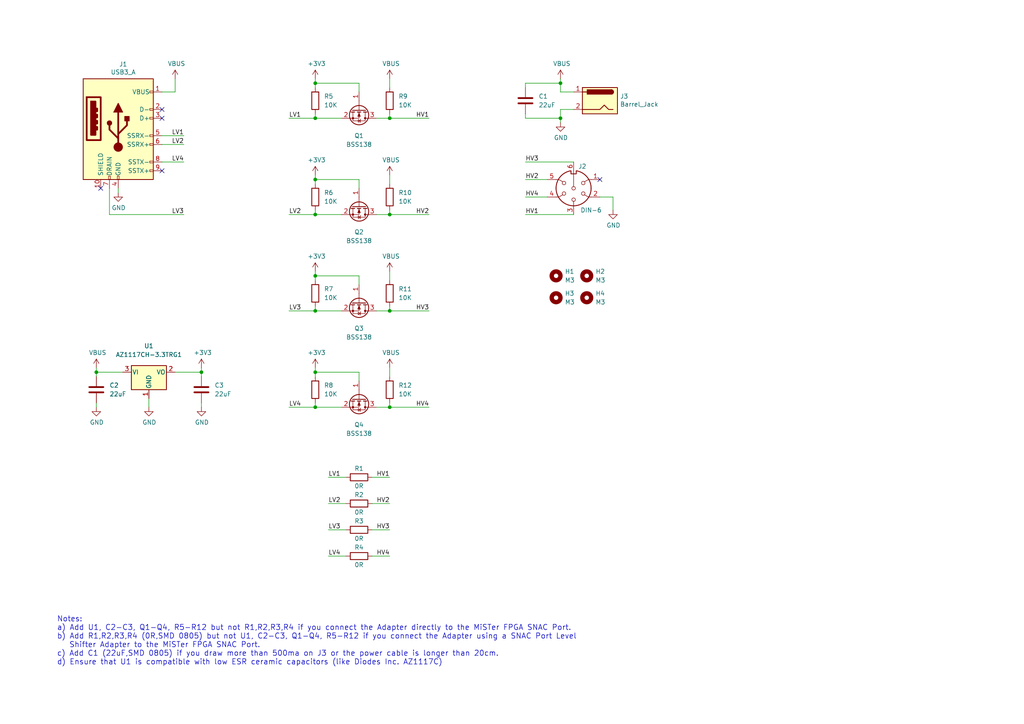
<source format=kicad_sch>
(kicad_sch (version 20211123) (generator eeschema)

  (uuid 8322f275-268c-4e87-a69f-4cfbf05e747f)

  (paper "A4")

  (title_block
    (title "SNAC2IEC SMD Edition")
    (date "2022-03-03")
    (rev "v1.0")
    (comment 2 "Converts the MiSTer FPGA SNAC Port into a Commodore IEC/CBM (Serial) Bus Port.")
  )

  (lib_symbols
    (symbol "Connector:Barrel_Jack" (pin_names (offset 1.016)) (in_bom yes) (on_board yes)
      (property "Reference" "J" (id 0) (at 0 5.334 0)
        (effects (font (size 1.27 1.27)))
      )
      (property "Value" "Barrel_Jack" (id 1) (at 0 -5.08 0)
        (effects (font (size 1.27 1.27)))
      )
      (property "Footprint" "" (id 2) (at 1.27 -1.016 0)
        (effects (font (size 1.27 1.27)) hide)
      )
      (property "Datasheet" "~" (id 3) (at 1.27 -1.016 0)
        (effects (font (size 1.27 1.27)) hide)
      )
      (property "ki_keywords" "DC power barrel jack connector" (id 4) (at 0 0 0)
        (effects (font (size 1.27 1.27)) hide)
      )
      (property "ki_description" "DC Barrel Jack" (id 5) (at 0 0 0)
        (effects (font (size 1.27 1.27)) hide)
      )
      (property "ki_fp_filters" "BarrelJack*" (id 6) (at 0 0 0)
        (effects (font (size 1.27 1.27)) hide)
      )
      (symbol "Barrel_Jack_0_1"
        (rectangle (start -5.08 3.81) (end 5.08 -3.81)
          (stroke (width 0.254) (type default) (color 0 0 0 0))
          (fill (type background))
        )
        (arc (start -3.302 3.175) (mid -3.937 2.54) (end -3.302 1.905)
          (stroke (width 0.254) (type default) (color 0 0 0 0))
          (fill (type none))
        )
        (arc (start -3.302 3.175) (mid -3.937 2.54) (end -3.302 1.905)
          (stroke (width 0.254) (type default) (color 0 0 0 0))
          (fill (type outline))
        )
        (polyline
          (pts
            (xy 5.08 2.54)
            (xy 3.81 2.54)
          )
          (stroke (width 0.254) (type default) (color 0 0 0 0))
          (fill (type none))
        )
        (polyline
          (pts
            (xy -3.81 -2.54)
            (xy -2.54 -2.54)
            (xy -1.27 -1.27)
            (xy 0 -2.54)
            (xy 2.54 -2.54)
            (xy 5.08 -2.54)
          )
          (stroke (width 0.254) (type default) (color 0 0 0 0))
          (fill (type none))
        )
        (rectangle (start 3.683 3.175) (end -3.302 1.905)
          (stroke (width 0.254) (type default) (color 0 0 0 0))
          (fill (type outline))
        )
      )
      (symbol "Barrel_Jack_1_1"
        (pin passive line (at 7.62 2.54 180) (length 2.54)
          (name "~" (effects (font (size 1.27 1.27))))
          (number "1" (effects (font (size 1.27 1.27))))
        )
        (pin passive line (at 7.62 -2.54 180) (length 2.54)
          (name "~" (effects (font (size 1.27 1.27))))
          (number "2" (effects (font (size 1.27 1.27))))
        )
      )
    )
    (symbol "Connector:DIN-6" (pin_names (offset 1.016)) (in_bom yes) (on_board yes)
      (property "Reference" "J" (id 0) (at 3.175 5.715 0)
        (effects (font (size 1.27 1.27)))
      )
      (property "Value" "DIN-6" (id 1) (at 4.445 -4.445 0)
        (effects (font (size 1.27 1.27)) (justify left))
      )
      (property "Footprint" "" (id 2) (at 0 0 0)
        (effects (font (size 1.27 1.27)) hide)
      )
      (property "Datasheet" "http://www.mouser.com/ds/2/18/40_c091_abd_e-75918.pdf" (id 3) (at 0 0 0)
        (effects (font (size 1.27 1.27)) hide)
      )
      (property "ki_keywords" "circular DIN connector" (id 4) (at 0 0 0)
        (effects (font (size 1.27 1.27)) hide)
      )
      (property "ki_description" "6-pin DIN connector" (id 5) (at 0 0 0)
        (effects (font (size 1.27 1.27)) hide)
      )
      (property "ki_fp_filters" "DIN*" (id 6) (at 0 0 0)
        (effects (font (size 1.27 1.27)) hide)
      )
      (symbol "DIN-6_0_1"
        (arc (start -5.08 0) (mid -3.8597 -3.3379) (end -0.762 -5.08)
          (stroke (width 0.254) (type default) (color 0 0 0 0))
          (fill (type none))
        )
        (circle (center -2.794 -1.524) (radius 0.508)
          (stroke (width 0) (type default) (color 0 0 0 0))
          (fill (type none))
        )
        (circle (center -2.794 1.524) (radius 0.508)
          (stroke (width 0) (type default) (color 0 0 0 0))
          (fill (type none))
        )
        (polyline
          (pts
            (xy 0 -5.08)
            (xy 0 -0.508)
          )
          (stroke (width 0) (type default) (color 0 0 0 0))
          (fill (type none))
        )
        (polyline
          (pts
            (xy 0 5.08)
            (xy 0 3.81)
          )
          (stroke (width 0) (type default) (color 0 0 0 0))
          (fill (type none))
        )
        (polyline
          (pts
            (xy -5.08 -2.54)
            (xy -4.318 -2.54)
            (xy -3.175 -1.905)
          )
          (stroke (width 0) (type default) (color 0 0 0 0))
          (fill (type none))
        )
        (polyline
          (pts
            (xy -5.08 2.54)
            (xy -4.318 2.54)
            (xy -3.175 1.905)
          )
          (stroke (width 0) (type default) (color 0 0 0 0))
          (fill (type none))
        )
        (polyline
          (pts
            (xy 5.08 -2.54)
            (xy 4.318 -2.54)
            (xy 3.175 -1.905)
          )
          (stroke (width 0) (type default) (color 0 0 0 0))
          (fill (type none))
        )
        (polyline
          (pts
            (xy 5.08 2.54)
            (xy 4.318 2.54)
            (xy 3.175 1.905)
          )
          (stroke (width 0) (type default) (color 0 0 0 0))
          (fill (type none))
        )
        (polyline
          (pts
            (xy -0.762 -4.953)
            (xy -0.762 -4.191)
            (xy 0.762 -4.191)
            (xy 0.762 -4.953)
          )
          (stroke (width 0.254) (type default) (color 0 0 0 0))
          (fill (type none))
        )
        (circle (center 0 0) (radius 0.508)
          (stroke (width 0) (type default) (color 0 0 0 0))
          (fill (type none))
        )
        (circle (center 0 3.302) (radius 0.508)
          (stroke (width 0) (type default) (color 0 0 0 0))
          (fill (type none))
        )
        (arc (start 0.762 -5.08) (mid 3.8673 -3.3444) (end 5.08 0)
          (stroke (width 0.254) (type default) (color 0 0 0 0))
          (fill (type none))
        )
        (circle (center 2.794 -1.524) (radius 0.508)
          (stroke (width 0) (type default) (color 0 0 0 0))
          (fill (type none))
        )
        (circle (center 2.794 1.524) (radius 0.508)
          (stroke (width 0) (type default) (color 0 0 0 0))
          (fill (type none))
        )
        (arc (start 5.08 0) (mid 0 5.08) (end -5.08 0)
          (stroke (width 0.254) (type default) (color 0 0 0 0))
          (fill (type none))
        )
      )
      (symbol "DIN-6_1_1"
        (pin passive line (at -7.62 -2.54 0) (length 2.54)
          (name "~" (effects (font (size 1.27 1.27))))
          (number "1" (effects (font (size 1.27 1.27))))
        )
        (pin passive line (at -7.62 2.54 0) (length 2.54)
          (name "~" (effects (font (size 1.27 1.27))))
          (number "2" (effects (font (size 1.27 1.27))))
        )
        (pin passive line (at 0 7.62 270) (length 2.54)
          (name "~" (effects (font (size 1.27 1.27))))
          (number "3" (effects (font (size 1.27 1.27))))
        )
        (pin passive line (at 7.62 2.54 180) (length 2.54)
          (name "~" (effects (font (size 1.27 1.27))))
          (number "4" (effects (font (size 1.27 1.27))))
        )
        (pin passive line (at 7.62 -2.54 180) (length 2.54)
          (name "~" (effects (font (size 1.27 1.27))))
          (number "5" (effects (font (size 1.27 1.27))))
        )
        (pin passive line (at 0 -7.62 90) (length 2.54)
          (name "~" (effects (font (size 1.27 1.27))))
          (number "6" (effects (font (size 1.27 1.27))))
        )
      )
    )
    (symbol "Connector:USB3_A" (pin_names (offset 1.016)) (in_bom yes) (on_board yes)
      (property "Reference" "J" (id 0) (at -10.16 15.24 0)
        (effects (font (size 1.27 1.27)) (justify left))
      )
      (property "Value" "USB3_A" (id 1) (at 10.16 15.24 0)
        (effects (font (size 1.27 1.27)) (justify right))
      )
      (property "Footprint" "" (id 2) (at 3.81 2.54 0)
        (effects (font (size 1.27 1.27)) hide)
      )
      (property "Datasheet" "~" (id 3) (at 3.81 2.54 0)
        (effects (font (size 1.27 1.27)) hide)
      )
      (property "ki_keywords" "usb universal serial bus" (id 4) (at 0 0 0)
        (effects (font (size 1.27 1.27)) hide)
      )
      (property "ki_description" "USB 3.0 A connector" (id 5) (at 0 0 0)
        (effects (font (size 1.27 1.27)) hide)
      )
      (symbol "USB3_A_0_0"
        (rectangle (start -9.144 8.636) (end -5.08 -3.81)
          (stroke (width 0.508) (type default) (color 0 0 0 0))
          (fill (type none))
        )
        (rectangle (start -7.874 7.366) (end -6.604 -2.286)
          (stroke (width 0.508) (type default) (color 0 0 0 0))
          (fill (type outline))
        )
        (rectangle (start -6.35 0) (end -6.096 -0.762)
          (stroke (width 0.508) (type default) (color 0 0 0 0))
          (fill (type none))
        )
        (rectangle (start -6.35 1.778) (end -6.096 1.016)
          (stroke (width 0.508) (type default) (color 0 0 0 0))
          (fill (type none))
        )
        (rectangle (start -6.35 3.556) (end -6.096 2.794)
          (stroke (width 0.508) (type default) (color 0 0 0 0))
          (fill (type none))
        )
        (rectangle (start -6.35 5.334) (end -6.096 4.572)
          (stroke (width 0.508) (type default) (color 0 0 0 0))
          (fill (type none))
        )
        (rectangle (start -2.794 -15.24) (end -2.286 -14.224)
          (stroke (width 0) (type default) (color 0 0 0 0))
          (fill (type none))
        )
        (rectangle (start -0.254 -15.24) (end 0.254 -14.224)
          (stroke (width 0) (type default) (color 0 0 0 0))
          (fill (type none))
        )
        (rectangle (start 10.16 -12.446) (end 9.144 -12.954)
          (stroke (width 0) (type default) (color 0 0 0 0))
          (fill (type none))
        )
        (rectangle (start 10.16 -9.906) (end 9.144 -10.414)
          (stroke (width 0) (type default) (color 0 0 0 0))
          (fill (type none))
        )
        (rectangle (start 10.16 -4.826) (end 9.144 -5.334)
          (stroke (width 0) (type default) (color 0 0 0 0))
          (fill (type none))
        )
        (rectangle (start 10.16 -2.286) (end 9.144 -2.794)
          (stroke (width 0) (type default) (color 0 0 0 0))
          (fill (type none))
        )
        (rectangle (start 10.16 2.794) (end 9.144 2.286)
          (stroke (width 0) (type default) (color 0 0 0 0))
          (fill (type none))
        )
        (rectangle (start 10.16 5.334) (end 9.144 4.826)
          (stroke (width 0) (type default) (color 0 0 0 0))
          (fill (type none))
        )
        (rectangle (start 10.16 10.414) (end 9.144 9.906)
          (stroke (width 0) (type default) (color 0 0 0 0))
          (fill (type none))
        )
      )
      (symbol "USB3_A_0_1"
        (rectangle (start -10.16 13.97) (end 10.16 -15.24)
          (stroke (width 0.254) (type default) (color 0 0 0 0))
          (fill (type background))
        )
      )
      (symbol "USB3_A_1_1"
        (circle (center -2.54 1.143) (radius 0.635)
          (stroke (width 0.254) (type default) (color 0 0 0 0))
          (fill (type outline))
        )
        (circle (center 0 -5.842) (radius 1.27)
          (stroke (width 0) (type default) (color 0 0 0 0))
          (fill (type outline))
        )
        (polyline
          (pts
            (xy 0 -5.842)
            (xy 0 4.318)
          )
          (stroke (width 0.508) (type default) (color 0 0 0 0))
          (fill (type none))
        )
        (polyline
          (pts
            (xy 0 -3.302)
            (xy -2.54 -0.762)
            (xy -2.54 0.508)
          )
          (stroke (width 0.508) (type default) (color 0 0 0 0))
          (fill (type none))
        )
        (polyline
          (pts
            (xy 0 -2.032)
            (xy 2.54 0.508)
            (xy 2.54 1.778)
          )
          (stroke (width 0.508) (type default) (color 0 0 0 0))
          (fill (type none))
        )
        (polyline
          (pts
            (xy -1.27 4.318)
            (xy 0 6.858)
            (xy 1.27 4.318)
            (xy -1.27 4.318)
          )
          (stroke (width 0.254) (type default) (color 0 0 0 0))
          (fill (type outline))
        )
        (rectangle (start 1.905 1.778) (end 3.175 3.048)
          (stroke (width 0.254) (type default) (color 0 0 0 0))
          (fill (type outline))
        )
        (pin power_in line (at 12.7 10.16 180) (length 2.54)
          (name "VBUS" (effects (font (size 1.27 1.27))))
          (number "1" (effects (font (size 1.27 1.27))))
        )
        (pin passive line (at -5.08 -17.78 90) (length 2.54)
          (name "SHIELD" (effects (font (size 1.27 1.27))))
          (number "10" (effects (font (size 1.27 1.27))))
        )
        (pin bidirectional line (at 12.7 5.08 180) (length 2.54)
          (name "D-" (effects (font (size 1.27 1.27))))
          (number "2" (effects (font (size 1.27 1.27))))
        )
        (pin bidirectional line (at 12.7 2.54 180) (length 2.54)
          (name "D+" (effects (font (size 1.27 1.27))))
          (number "3" (effects (font (size 1.27 1.27))))
        )
        (pin power_in line (at 0 -17.78 90) (length 2.54)
          (name "GND" (effects (font (size 1.27 1.27))))
          (number "4" (effects (font (size 1.27 1.27))))
        )
        (pin output line (at 12.7 -2.54 180) (length 2.54)
          (name "SSRX-" (effects (font (size 1.27 1.27))))
          (number "5" (effects (font (size 1.27 1.27))))
        )
        (pin output line (at 12.7 -5.08 180) (length 2.54)
          (name "SSRX+" (effects (font (size 1.27 1.27))))
          (number "6" (effects (font (size 1.27 1.27))))
        )
        (pin passive line (at -2.54 -17.78 90) (length 2.54)
          (name "DRAIN" (effects (font (size 1.27 1.27))))
          (number "7" (effects (font (size 1.27 1.27))))
        )
        (pin input line (at 12.7 -10.16 180) (length 2.54)
          (name "SSTX-" (effects (font (size 1.27 1.27))))
          (number "8" (effects (font (size 1.27 1.27))))
        )
        (pin input line (at 12.7 -12.7 180) (length 2.54)
          (name "SSTX+" (effects (font (size 1.27 1.27))))
          (number "9" (effects (font (size 1.27 1.27))))
        )
      )
    )
    (symbol "Device:C" (pin_numbers hide) (pin_names (offset 0.254)) (in_bom yes) (on_board yes)
      (property "Reference" "C" (id 0) (at 0.635 2.54 0)
        (effects (font (size 1.27 1.27)) (justify left))
      )
      (property "Value" "C" (id 1) (at 0.635 -2.54 0)
        (effects (font (size 1.27 1.27)) (justify left))
      )
      (property "Footprint" "" (id 2) (at 0.9652 -3.81 0)
        (effects (font (size 1.27 1.27)) hide)
      )
      (property "Datasheet" "~" (id 3) (at 0 0 0)
        (effects (font (size 1.27 1.27)) hide)
      )
      (property "ki_keywords" "cap capacitor" (id 4) (at 0 0 0)
        (effects (font (size 1.27 1.27)) hide)
      )
      (property "ki_description" "Unpolarized capacitor" (id 5) (at 0 0 0)
        (effects (font (size 1.27 1.27)) hide)
      )
      (property "ki_fp_filters" "C_*" (id 6) (at 0 0 0)
        (effects (font (size 1.27 1.27)) hide)
      )
      (symbol "C_0_1"
        (polyline
          (pts
            (xy -2.032 -0.762)
            (xy 2.032 -0.762)
          )
          (stroke (width 0.508) (type default) (color 0 0 0 0))
          (fill (type none))
        )
        (polyline
          (pts
            (xy -2.032 0.762)
            (xy 2.032 0.762)
          )
          (stroke (width 0.508) (type default) (color 0 0 0 0))
          (fill (type none))
        )
      )
      (symbol "C_1_1"
        (pin passive line (at 0 3.81 270) (length 2.794)
          (name "~" (effects (font (size 1.27 1.27))))
          (number "1" (effects (font (size 1.27 1.27))))
        )
        (pin passive line (at 0 -3.81 90) (length 2.794)
          (name "~" (effects (font (size 1.27 1.27))))
          (number "2" (effects (font (size 1.27 1.27))))
        )
      )
    )
    (symbol "Device:R" (pin_numbers hide) (pin_names (offset 0)) (in_bom yes) (on_board yes)
      (property "Reference" "R" (id 0) (at 2.032 0 90)
        (effects (font (size 1.27 1.27)))
      )
      (property "Value" "R" (id 1) (at 0 0 90)
        (effects (font (size 1.27 1.27)))
      )
      (property "Footprint" "" (id 2) (at -1.778 0 90)
        (effects (font (size 1.27 1.27)) hide)
      )
      (property "Datasheet" "~" (id 3) (at 0 0 0)
        (effects (font (size 1.27 1.27)) hide)
      )
      (property "ki_keywords" "R res resistor" (id 4) (at 0 0 0)
        (effects (font (size 1.27 1.27)) hide)
      )
      (property "ki_description" "Resistor" (id 5) (at 0 0 0)
        (effects (font (size 1.27 1.27)) hide)
      )
      (property "ki_fp_filters" "R_*" (id 6) (at 0 0 0)
        (effects (font (size 1.27 1.27)) hide)
      )
      (symbol "R_0_1"
        (rectangle (start -1.016 -2.54) (end 1.016 2.54)
          (stroke (width 0.254) (type default) (color 0 0 0 0))
          (fill (type none))
        )
      )
      (symbol "R_1_1"
        (pin passive line (at 0 3.81 270) (length 1.27)
          (name "~" (effects (font (size 1.27 1.27))))
          (number "1" (effects (font (size 1.27 1.27))))
        )
        (pin passive line (at 0 -3.81 90) (length 1.27)
          (name "~" (effects (font (size 1.27 1.27))))
          (number "2" (effects (font (size 1.27 1.27))))
        )
      )
    )
    (symbol "Mechanical:MountingHole" (pin_names (offset 1.016)) (in_bom yes) (on_board yes)
      (property "Reference" "H" (id 0) (at 0 5.08 0)
        (effects (font (size 1.27 1.27)))
      )
      (property "Value" "MountingHole" (id 1) (at 0 3.175 0)
        (effects (font (size 1.27 1.27)))
      )
      (property "Footprint" "" (id 2) (at 0 0 0)
        (effects (font (size 1.27 1.27)) hide)
      )
      (property "Datasheet" "~" (id 3) (at 0 0 0)
        (effects (font (size 1.27 1.27)) hide)
      )
      (property "ki_keywords" "mounting hole" (id 4) (at 0 0 0)
        (effects (font (size 1.27 1.27)) hide)
      )
      (property "ki_description" "Mounting Hole without connection" (id 5) (at 0 0 0)
        (effects (font (size 1.27 1.27)) hide)
      )
      (property "ki_fp_filters" "MountingHole*" (id 6) (at 0 0 0)
        (effects (font (size 1.27 1.27)) hide)
      )
      (symbol "MountingHole_0_1"
        (circle (center 0 0) (radius 1.27)
          (stroke (width 1.27) (type default) (color 0 0 0 0))
          (fill (type none))
        )
      )
    )
    (symbol "Regulator_Linear:AZ1117-3.3" (pin_names (offset 0.254)) (in_bom yes) (on_board yes)
      (property "Reference" "U" (id 0) (at -3.81 3.175 0)
        (effects (font (size 1.27 1.27)))
      )
      (property "Value" "AZ1117-3.3" (id 1) (at 0 3.175 0)
        (effects (font (size 1.27 1.27)) (justify left))
      )
      (property "Footprint" "" (id 2) (at 0 6.35 0)
        (effects (font (size 1.27 1.27) italic) hide)
      )
      (property "Datasheet" "https://www.diodes.com/assets/Datasheets/AZ1117.pdf" (id 3) (at 0 0 0)
        (effects (font (size 1.27 1.27)) hide)
      )
      (property "ki_keywords" "Fixed Voltage Regulator 1A Positive LDO" (id 4) (at 0 0 0)
        (effects (font (size 1.27 1.27)) hide)
      )
      (property "ki_description" "1A 20V Fixed LDO Linear Regulator, 3.3V, SOT-89/SOT-223/TO-220/TO-252/TO-263" (id 5) (at 0 0 0)
        (effects (font (size 1.27 1.27)) hide)
      )
      (property "ki_fp_filters" "SOT?223* SOT?89* TO?220* TO?252* TO?263*" (id 6) (at 0 0 0)
        (effects (font (size 1.27 1.27)) hide)
      )
      (symbol "AZ1117-3.3_0_1"
        (rectangle (start -5.08 1.905) (end 5.08 -5.08)
          (stroke (width 0.254) (type default) (color 0 0 0 0))
          (fill (type background))
        )
      )
      (symbol "AZ1117-3.3_1_1"
        (pin power_in line (at 0 -7.62 90) (length 2.54)
          (name "GND" (effects (font (size 1.27 1.27))))
          (number "1" (effects (font (size 1.27 1.27))))
        )
        (pin power_out line (at 7.62 0 180) (length 2.54)
          (name "VO" (effects (font (size 1.27 1.27))))
          (number "2" (effects (font (size 1.27 1.27))))
        )
        (pin power_in line (at -7.62 0 0) (length 2.54)
          (name "VI" (effects (font (size 1.27 1.27))))
          (number "3" (effects (font (size 1.27 1.27))))
        )
      )
    )
    (symbol "Transistor_FET:BSS138" (pin_names hide) (in_bom yes) (on_board yes)
      (property "Reference" "Q" (id 0) (at 5.08 1.905 0)
        (effects (font (size 1.27 1.27)) (justify left))
      )
      (property "Value" "BSS138" (id 1) (at 5.08 0 0)
        (effects (font (size 1.27 1.27)) (justify left))
      )
      (property "Footprint" "Package_TO_SOT_SMD:SOT-23" (id 2) (at 5.08 -1.905 0)
        (effects (font (size 1.27 1.27) italic) (justify left) hide)
      )
      (property "Datasheet" "https://www.onsemi.com/pub/Collateral/BSS138-D.PDF" (id 3) (at 0 0 0)
        (effects (font (size 1.27 1.27)) (justify left) hide)
      )
      (property "ki_keywords" "N-Channel MOSFET" (id 4) (at 0 0 0)
        (effects (font (size 1.27 1.27)) hide)
      )
      (property "ki_description" "50V Vds, 0.22A Id, N-Channel MOSFET, SOT-23" (id 5) (at 0 0 0)
        (effects (font (size 1.27 1.27)) hide)
      )
      (property "ki_fp_filters" "SOT?23*" (id 6) (at 0 0 0)
        (effects (font (size 1.27 1.27)) hide)
      )
      (symbol "BSS138_0_1"
        (polyline
          (pts
            (xy 0.254 0)
            (xy -2.54 0)
          )
          (stroke (width 0) (type default) (color 0 0 0 0))
          (fill (type none))
        )
        (polyline
          (pts
            (xy 0.254 1.905)
            (xy 0.254 -1.905)
          )
          (stroke (width 0.254) (type default) (color 0 0 0 0))
          (fill (type none))
        )
        (polyline
          (pts
            (xy 0.762 -1.27)
            (xy 0.762 -2.286)
          )
          (stroke (width 0.254) (type default) (color 0 0 0 0))
          (fill (type none))
        )
        (polyline
          (pts
            (xy 0.762 0.508)
            (xy 0.762 -0.508)
          )
          (stroke (width 0.254) (type default) (color 0 0 0 0))
          (fill (type none))
        )
        (polyline
          (pts
            (xy 0.762 2.286)
            (xy 0.762 1.27)
          )
          (stroke (width 0.254) (type default) (color 0 0 0 0))
          (fill (type none))
        )
        (polyline
          (pts
            (xy 2.54 2.54)
            (xy 2.54 1.778)
          )
          (stroke (width 0) (type default) (color 0 0 0 0))
          (fill (type none))
        )
        (polyline
          (pts
            (xy 2.54 -2.54)
            (xy 2.54 0)
            (xy 0.762 0)
          )
          (stroke (width 0) (type default) (color 0 0 0 0))
          (fill (type none))
        )
        (polyline
          (pts
            (xy 0.762 -1.778)
            (xy 3.302 -1.778)
            (xy 3.302 1.778)
            (xy 0.762 1.778)
          )
          (stroke (width 0) (type default) (color 0 0 0 0))
          (fill (type none))
        )
        (polyline
          (pts
            (xy 1.016 0)
            (xy 2.032 0.381)
            (xy 2.032 -0.381)
            (xy 1.016 0)
          )
          (stroke (width 0) (type default) (color 0 0 0 0))
          (fill (type outline))
        )
        (polyline
          (pts
            (xy 2.794 0.508)
            (xy 2.921 0.381)
            (xy 3.683 0.381)
            (xy 3.81 0.254)
          )
          (stroke (width 0) (type default) (color 0 0 0 0))
          (fill (type none))
        )
        (polyline
          (pts
            (xy 3.302 0.381)
            (xy 2.921 -0.254)
            (xy 3.683 -0.254)
            (xy 3.302 0.381)
          )
          (stroke (width 0) (type default) (color 0 0 0 0))
          (fill (type none))
        )
        (circle (center 1.651 0) (radius 2.794)
          (stroke (width 0.254) (type default) (color 0 0 0 0))
          (fill (type none))
        )
        (circle (center 2.54 -1.778) (radius 0.254)
          (stroke (width 0) (type default) (color 0 0 0 0))
          (fill (type outline))
        )
        (circle (center 2.54 1.778) (radius 0.254)
          (stroke (width 0) (type default) (color 0 0 0 0))
          (fill (type outline))
        )
      )
      (symbol "BSS138_1_1"
        (pin input line (at -5.08 0 0) (length 2.54)
          (name "G" (effects (font (size 1.27 1.27))))
          (number "1" (effects (font (size 1.27 1.27))))
        )
        (pin passive line (at 2.54 -5.08 90) (length 2.54)
          (name "S" (effects (font (size 1.27 1.27))))
          (number "2" (effects (font (size 1.27 1.27))))
        )
        (pin passive line (at 2.54 5.08 270) (length 2.54)
          (name "D" (effects (font (size 1.27 1.27))))
          (number "3" (effects (font (size 1.27 1.27))))
        )
      )
    )
    (symbol "power:+3V3" (power) (pin_names (offset 0)) (in_bom yes) (on_board yes)
      (property "Reference" "#PWR" (id 0) (at 0 -3.81 0)
        (effects (font (size 1.27 1.27)) hide)
      )
      (property "Value" "+3V3" (id 1) (at 0 3.556 0)
        (effects (font (size 1.27 1.27)))
      )
      (property "Footprint" "" (id 2) (at 0 0 0)
        (effects (font (size 1.27 1.27)) hide)
      )
      (property "Datasheet" "" (id 3) (at 0 0 0)
        (effects (font (size 1.27 1.27)) hide)
      )
      (property "ki_keywords" "power-flag" (id 4) (at 0 0 0)
        (effects (font (size 1.27 1.27)) hide)
      )
      (property "ki_description" "Power symbol creates a global label with name \"+3V3\"" (id 5) (at 0 0 0)
        (effects (font (size 1.27 1.27)) hide)
      )
      (symbol "+3V3_0_1"
        (polyline
          (pts
            (xy -0.762 1.27)
            (xy 0 2.54)
          )
          (stroke (width 0) (type default) (color 0 0 0 0))
          (fill (type none))
        )
        (polyline
          (pts
            (xy 0 0)
            (xy 0 2.54)
          )
          (stroke (width 0) (type default) (color 0 0 0 0))
          (fill (type none))
        )
        (polyline
          (pts
            (xy 0 2.54)
            (xy 0.762 1.27)
          )
          (stroke (width 0) (type default) (color 0 0 0 0))
          (fill (type none))
        )
      )
      (symbol "+3V3_1_1"
        (pin power_in line (at 0 0 90) (length 0) hide
          (name "+3V3" (effects (font (size 1.27 1.27))))
          (number "1" (effects (font (size 1.27 1.27))))
        )
      )
    )
    (symbol "power:GND" (power) (pin_names (offset 0)) (in_bom yes) (on_board yes)
      (property "Reference" "#PWR" (id 0) (at 0 -6.35 0)
        (effects (font (size 1.27 1.27)) hide)
      )
      (property "Value" "GND" (id 1) (at 0 -3.81 0)
        (effects (font (size 1.27 1.27)))
      )
      (property "Footprint" "" (id 2) (at 0 0 0)
        (effects (font (size 1.27 1.27)) hide)
      )
      (property "Datasheet" "" (id 3) (at 0 0 0)
        (effects (font (size 1.27 1.27)) hide)
      )
      (property "ki_keywords" "power-flag" (id 4) (at 0 0 0)
        (effects (font (size 1.27 1.27)) hide)
      )
      (property "ki_description" "Power symbol creates a global label with name \"GND\" , ground" (id 5) (at 0 0 0)
        (effects (font (size 1.27 1.27)) hide)
      )
      (symbol "GND_0_1"
        (polyline
          (pts
            (xy 0 0)
            (xy 0 -1.27)
            (xy 1.27 -1.27)
            (xy 0 -2.54)
            (xy -1.27 -1.27)
            (xy 0 -1.27)
          )
          (stroke (width 0) (type default) (color 0 0 0 0))
          (fill (type none))
        )
      )
      (symbol "GND_1_1"
        (pin power_in line (at 0 0 270) (length 0) hide
          (name "GND" (effects (font (size 1.27 1.27))))
          (number "1" (effects (font (size 1.27 1.27))))
        )
      )
    )
    (symbol "power:VBUS" (power) (pin_names (offset 0)) (in_bom yes) (on_board yes)
      (property "Reference" "#PWR" (id 0) (at 0 -3.81 0)
        (effects (font (size 1.27 1.27)) hide)
      )
      (property "Value" "VBUS" (id 1) (at 0 3.81 0)
        (effects (font (size 1.27 1.27)))
      )
      (property "Footprint" "" (id 2) (at 0 0 0)
        (effects (font (size 1.27 1.27)) hide)
      )
      (property "Datasheet" "" (id 3) (at 0 0 0)
        (effects (font (size 1.27 1.27)) hide)
      )
      (property "ki_keywords" "power-flag" (id 4) (at 0 0 0)
        (effects (font (size 1.27 1.27)) hide)
      )
      (property "ki_description" "Power symbol creates a global label with name \"VBUS\"" (id 5) (at 0 0 0)
        (effects (font (size 1.27 1.27)) hide)
      )
      (symbol "VBUS_0_1"
        (polyline
          (pts
            (xy -0.762 1.27)
            (xy 0 2.54)
          )
          (stroke (width 0) (type default) (color 0 0 0 0))
          (fill (type none))
        )
        (polyline
          (pts
            (xy 0 0)
            (xy 0 2.54)
          )
          (stroke (width 0) (type default) (color 0 0 0 0))
          (fill (type none))
        )
        (polyline
          (pts
            (xy 0 2.54)
            (xy 0.762 1.27)
          )
          (stroke (width 0) (type default) (color 0 0 0 0))
          (fill (type none))
        )
      )
      (symbol "VBUS_1_1"
        (pin power_in line (at 0 0 90) (length 0) hide
          (name "VBUS" (effects (font (size 1.27 1.27))))
          (number "1" (effects (font (size 1.27 1.27))))
        )
      )
    )
  )

  (junction (at 91.44 24.13) (diameter 0) (color 0 0 0 0)
    (uuid 02804739-e556-4dbb-9704-538625c20586)
  )
  (junction (at 91.44 90.17) (diameter 0) (color 0 0 0 0)
    (uuid 057d6ad8-2c37-48ce-b703-97c6f6f28289)
  )
  (junction (at 58.42 107.95) (diameter 0) (color 0 0 0 0)
    (uuid 20a0d64b-c050-4d4b-94a9-b039037ed1c4)
  )
  (junction (at 91.44 107.95) (diameter 0) (color 0 0 0 0)
    (uuid 32def698-e8e0-4cf9-81a6-d7d82f28b8d8)
  )
  (junction (at 91.44 80.01) (diameter 0) (color 0 0 0 0)
    (uuid 3e8a0003-dbe0-43fc-8c07-ef73f2f01585)
  )
  (junction (at 91.44 34.29) (diameter 0) (color 0 0 0 0)
    (uuid 4321ca7c-b76c-4bbb-828d-ed3130dcf987)
  )
  (junction (at 91.44 118.11) (diameter 0) (color 0 0 0 0)
    (uuid 451447ff-6def-440c-8843-151df0ae112c)
  )
  (junction (at 113.03 62.23) (diameter 0) (color 0 0 0 0)
    (uuid 45dd152d-19a5-4633-a336-821f27160bee)
  )
  (junction (at 91.44 52.07) (diameter 0) (color 0 0 0 0)
    (uuid 4b754865-ebf1-4c73-9001-25673286beaa)
  )
  (junction (at 113.03 118.11) (diameter 0) (color 0 0 0 0)
    (uuid 7c7213b4-2cca-4235-8a4f-a07a0acf21eb)
  )
  (junction (at 162.56 24.13) (diameter 0) (color 0 0 0 0)
    (uuid 8e9b5dbc-ad48-4ee7-a31d-8b7e7510dc01)
  )
  (junction (at 113.03 90.17) (diameter 0) (color 0 0 0 0)
    (uuid e1db5de1-0f09-4088-8533-01272cc246ef)
  )
  (junction (at 91.44 62.23) (diameter 0) (color 0 0 0 0)
    (uuid e49b2d5f-7b4c-4513-bb8c-f9585904bf05)
  )
  (junction (at 162.56 34.29) (diameter 0) (color 0 0 0 0)
    (uuid e9742607-36b5-4053-b09e-fcf930ee8262)
  )
  (junction (at 113.03 34.29) (diameter 0) (color 0 0 0 0)
    (uuid f77f1e11-5695-45a2-a265-7e3bbb58a312)
  )
  (junction (at 27.94 107.95) (diameter 0) (color 0 0 0 0)
    (uuid fbd57e63-2d0e-4a40-af56-e5c5d21acadc)
  )

  (no_connect (at 46.99 34.29) (uuid 03c52831-5dc5-43c5-a442-8d23643b46fb))
  (no_connect (at 29.21 54.61) (uuid 29e78086-2175-405e-9ba3-c48766d2f50c))
  (no_connect (at 46.99 49.53) (uuid a1823eb2-fb0d-4ed8-8b96-04184ac3a9d5))
  (no_connect (at 173.99 52.07) (uuid cbd8faed-e1f8-4406-87c8-58b2c504a5d4))
  (no_connect (at 46.99 31.75) (uuid d57dcfee-5058-4fc2-a68b-05f9a48f685b))

  (wire (pts (xy 113.03 78.74) (xy 113.03 81.28))
    (stroke (width 0) (type default) (color 0 0 0 0))
    (uuid 0477c182-c68a-452a-a693-31161ec79e2f)
  )
  (wire (pts (xy 91.44 52.07) (xy 91.44 53.34))
    (stroke (width 0) (type default) (color 0 0 0 0))
    (uuid 06802265-09aa-42ac-a3ff-d54fbe129823)
  )
  (wire (pts (xy 152.4 25.4) (xy 152.4 24.13))
    (stroke (width 0) (type default) (color 0 0 0 0))
    (uuid 075c195a-1a76-49ff-b763-4e7961f4abcb)
  )
  (wire (pts (xy 58.42 106.68) (xy 58.42 107.95))
    (stroke (width 0) (type default) (color 0 0 0 0))
    (uuid 0b5d20a2-8fbe-4924-89b2-4edffebe3065)
  )
  (wire (pts (xy 107.95 138.43) (xy 113.03 138.43))
    (stroke (width 0) (type default) (color 0 0 0 0))
    (uuid 0c549c6e-ec8f-4ec8-b077-30330634e598)
  )
  (wire (pts (xy 166.37 31.75) (xy 162.56 31.75))
    (stroke (width 0) (type default) (color 0 0 0 0))
    (uuid 0ec45a1d-2ffa-4690-bdcd-79d28464e7c7)
  )
  (wire (pts (xy 113.03 22.86) (xy 113.03 25.4))
    (stroke (width 0) (type default) (color 0 0 0 0))
    (uuid 10340f9b-992b-42a8-9673-a1afd01046f7)
  )
  (wire (pts (xy 91.44 90.17) (xy 99.06 90.17))
    (stroke (width 0) (type default) (color 0 0 0 0))
    (uuid 13b8f820-db7f-467e-94df-ddb00a91395f)
  )
  (wire (pts (xy 91.44 34.29) (xy 99.06 34.29))
    (stroke (width 0) (type default) (color 0 0 0 0))
    (uuid 1c3291d3-121d-4c04-b460-f0ae0cc9b377)
  )
  (wire (pts (xy 91.44 106.68) (xy 91.44 107.95))
    (stroke (width 0) (type default) (color 0 0 0 0))
    (uuid 200efc76-55d3-4b5a-9e0a-d044ef31ef32)
  )
  (wire (pts (xy 91.44 62.23) (xy 99.06 62.23))
    (stroke (width 0) (type default) (color 0 0 0 0))
    (uuid 2084554d-a1b9-460d-826a-76188d04ae01)
  )
  (wire (pts (xy 113.03 34.29) (xy 124.46 34.29))
    (stroke (width 0) (type default) (color 0 0 0 0))
    (uuid 2127b208-34ab-4e5d-b972-3a34ee943041)
  )
  (wire (pts (xy 91.44 60.96) (xy 91.44 62.23))
    (stroke (width 0) (type default) (color 0 0 0 0))
    (uuid 22d51881-2d7f-4c92-a2ca-d079da0cdb02)
  )
  (wire (pts (xy 83.82 62.23) (xy 91.44 62.23))
    (stroke (width 0) (type default) (color 0 0 0 0))
    (uuid 26aa6c7b-b6e3-447c-b51d-8a00335507ae)
  )
  (wire (pts (xy 31.75 62.23) (xy 53.34 62.23))
    (stroke (width 0) (type default) (color 0 0 0 0))
    (uuid 26ca9468-f7a1-46f2-b6a0-2eaafb2a679f)
  )
  (wire (pts (xy 27.94 107.95) (xy 27.94 109.22))
    (stroke (width 0) (type default) (color 0 0 0 0))
    (uuid 29023d38-1fe8-4d32-b69c-900c658a0106)
  )
  (wire (pts (xy 46.99 41.91) (xy 53.34 41.91))
    (stroke (width 0) (type default) (color 0 0 0 0))
    (uuid 2988dd76-264b-4f52-b772-d0b880c4ca0b)
  )
  (wire (pts (xy 95.25 138.43) (xy 100.33 138.43))
    (stroke (width 0) (type default) (color 0 0 0 0))
    (uuid 2a278faa-713d-4238-b4ff-b50a371633ee)
  )
  (wire (pts (xy 152.4 33.02) (xy 152.4 34.29))
    (stroke (width 0) (type default) (color 0 0 0 0))
    (uuid 2caa5824-5557-4651-827f-dd47bd006187)
  )
  (wire (pts (xy 113.03 60.96) (xy 113.03 62.23))
    (stroke (width 0) (type default) (color 0 0 0 0))
    (uuid 344862bf-c591-4ce3-8e58-7c0808542f50)
  )
  (wire (pts (xy 104.14 107.95) (xy 91.44 107.95))
    (stroke (width 0) (type default) (color 0 0 0 0))
    (uuid 348cfe5b-c32a-4a03-877d-c1c326ca2fc2)
  )
  (wire (pts (xy 95.25 153.67) (xy 100.33 153.67))
    (stroke (width 0) (type default) (color 0 0 0 0))
    (uuid 36143dd0-ce11-4fbd-83c1-f55fd02e3f41)
  )
  (wire (pts (xy 162.56 31.75) (xy 162.56 34.29))
    (stroke (width 0) (type default) (color 0 0 0 0))
    (uuid 3c45b70c-fe2b-4acb-8bdb-7770bbc01309)
  )
  (wire (pts (xy 50.8 107.95) (xy 58.42 107.95))
    (stroke (width 0) (type default) (color 0 0 0 0))
    (uuid 3dcf13ac-2274-43ff-be5a-5833f350c2c5)
  )
  (wire (pts (xy 34.29 54.61) (xy 34.29 55.88))
    (stroke (width 0) (type default) (color 0 0 0 0))
    (uuid 3f1b8232-ac6a-4ce2-ab21-c14c29623fda)
  )
  (wire (pts (xy 152.4 24.13) (xy 162.56 24.13))
    (stroke (width 0) (type default) (color 0 0 0 0))
    (uuid 3fc8664b-dac7-4f98-8027-ef29aedf7232)
  )
  (wire (pts (xy 113.03 90.17) (xy 124.46 90.17))
    (stroke (width 0) (type default) (color 0 0 0 0))
    (uuid 4048fbfe-69c1-470d-92b8-8a50a74d71fb)
  )
  (wire (pts (xy 91.44 22.86) (xy 91.44 24.13))
    (stroke (width 0) (type default) (color 0 0 0 0))
    (uuid 47655006-2890-40b5-8e8d-f4f39d9ba565)
  )
  (wire (pts (xy 109.22 90.17) (xy 113.03 90.17))
    (stroke (width 0) (type default) (color 0 0 0 0))
    (uuid 49c4b3a5-6d40-4575-acfe-f692b3f62c3a)
  )
  (wire (pts (xy 152.4 57.15) (xy 158.75 57.15))
    (stroke (width 0) (type default) (color 0 0 0 0))
    (uuid 4b92ec21-4aaf-4720-9be4-9e403096f833)
  )
  (wire (pts (xy 104.14 110.49) (xy 104.14 107.95))
    (stroke (width 0) (type default) (color 0 0 0 0))
    (uuid 513bec3a-803f-440b-955e-0ea277563e32)
  )
  (wire (pts (xy 109.22 34.29) (xy 113.03 34.29))
    (stroke (width 0) (type default) (color 0 0 0 0))
    (uuid 5287fca9-9677-43a5-b983-c78aff36893b)
  )
  (wire (pts (xy 173.99 57.15) (xy 177.8 57.15))
    (stroke (width 0) (type default) (color 0 0 0 0))
    (uuid 58f4565d-e859-4e30-88fe-3bfea80f0d8f)
  )
  (wire (pts (xy 104.14 54.61) (xy 104.14 52.07))
    (stroke (width 0) (type default) (color 0 0 0 0))
    (uuid 59385399-27af-4110-9319-5d839db9b334)
  )
  (wire (pts (xy 83.82 34.29) (xy 91.44 34.29))
    (stroke (width 0) (type default) (color 0 0 0 0))
    (uuid 5aa12f72-a964-49cb-9097-739a00fb5f23)
  )
  (wire (pts (xy 91.44 107.95) (xy 91.44 109.22))
    (stroke (width 0) (type default) (color 0 0 0 0))
    (uuid 5c138ade-eb19-4169-aa4d-4fecf1a6350b)
  )
  (wire (pts (xy 83.82 90.17) (xy 91.44 90.17))
    (stroke (width 0) (type default) (color 0 0 0 0))
    (uuid 5d859564-29af-44a8-b058-2aa3d37c5644)
  )
  (wire (pts (xy 113.03 50.8) (xy 113.03 53.34))
    (stroke (width 0) (type default) (color 0 0 0 0))
    (uuid 5ec86b18-885b-45cd-a6bc-9821f8c40a0b)
  )
  (wire (pts (xy 113.03 106.68) (xy 113.03 109.22))
    (stroke (width 0) (type default) (color 0 0 0 0))
    (uuid 663a3b0b-ab03-4581-be32-35eaf86c942b)
  )
  (wire (pts (xy 104.14 24.13) (xy 91.44 24.13))
    (stroke (width 0) (type default) (color 0 0 0 0))
    (uuid 6722d3ed-a372-4d2c-87bc-d9aadbcbc6a3)
  )
  (wire (pts (xy 27.94 116.84) (xy 27.94 118.11))
    (stroke (width 0) (type default) (color 0 0 0 0))
    (uuid 6b23242d-363f-4906-b66c-e46bb503a391)
  )
  (wire (pts (xy 152.4 34.29) (xy 162.56 34.29))
    (stroke (width 0) (type default) (color 0 0 0 0))
    (uuid 6c6bee9c-5464-4ad7-9d96-00be1078c827)
  )
  (wire (pts (xy 177.8 57.15) (xy 177.8 60.96))
    (stroke (width 0) (type default) (color 0 0 0 0))
    (uuid 7066a1bb-585a-4ab4-9578-8315378e81e9)
  )
  (wire (pts (xy 91.44 116.84) (xy 91.44 118.11))
    (stroke (width 0) (type default) (color 0 0 0 0))
    (uuid 72d2bd8f-1612-40b1-a88f-c39ec602ab46)
  )
  (wire (pts (xy 109.22 62.23) (xy 113.03 62.23))
    (stroke (width 0) (type default) (color 0 0 0 0))
    (uuid 7c8099a1-297d-48d8-b0dc-0dfe6cb7184a)
  )
  (wire (pts (xy 152.4 62.23) (xy 166.37 62.23))
    (stroke (width 0) (type default) (color 0 0 0 0))
    (uuid 81df2c4c-aa2e-4369-a675-fc2143b511a5)
  )
  (wire (pts (xy 46.99 46.99) (xy 53.34 46.99))
    (stroke (width 0) (type default) (color 0 0 0 0))
    (uuid 8501d4e6-61b2-4edd-b0e3-855f7f951c57)
  )
  (wire (pts (xy 91.44 118.11) (xy 99.06 118.11))
    (stroke (width 0) (type default) (color 0 0 0 0))
    (uuid 863443b6-ec41-41fc-981d-665348f39d99)
  )
  (wire (pts (xy 104.14 80.01) (xy 91.44 80.01))
    (stroke (width 0) (type default) (color 0 0 0 0))
    (uuid 875313d9-df37-49a5-a86b-6690fad95d61)
  )
  (wire (pts (xy 95.25 146.05) (xy 100.33 146.05))
    (stroke (width 0) (type default) (color 0 0 0 0))
    (uuid 88aceeeb-e7aa-4050-9b4f-fa00b304481c)
  )
  (wire (pts (xy 58.42 116.84) (xy 58.42 118.11))
    (stroke (width 0) (type default) (color 0 0 0 0))
    (uuid 8b35e073-2a9f-4af6-93e1-0ed30da91d0d)
  )
  (wire (pts (xy 46.99 26.67) (xy 50.8 26.67))
    (stroke (width 0) (type default) (color 0 0 0 0))
    (uuid 9282efb2-375f-4010-b035-35ba68d7ae42)
  )
  (wire (pts (xy 104.14 52.07) (xy 91.44 52.07))
    (stroke (width 0) (type default) (color 0 0 0 0))
    (uuid 9c54db10-fb84-4930-8f79-05bc9be3d252)
  )
  (wire (pts (xy 113.03 118.11) (xy 124.46 118.11))
    (stroke (width 0) (type default) (color 0 0 0 0))
    (uuid 9fd7fd9c-0249-47d9-9ccf-80d491e73dc2)
  )
  (wire (pts (xy 35.56 107.95) (xy 27.94 107.95))
    (stroke (width 0) (type default) (color 0 0 0 0))
    (uuid a3432a8a-49c5-45b2-8d47-cfb1a3bdafd5)
  )
  (wire (pts (xy 104.14 26.67) (xy 104.14 24.13))
    (stroke (width 0) (type default) (color 0 0 0 0))
    (uuid a344f27d-c660-4612-aab9-7043a8406043)
  )
  (wire (pts (xy 162.56 26.67) (xy 166.37 26.67))
    (stroke (width 0) (type default) (color 0 0 0 0))
    (uuid a405f378-eef1-420b-8d5c-b9896ee87c68)
  )
  (wire (pts (xy 27.94 106.68) (xy 27.94 107.95))
    (stroke (width 0) (type default) (color 0 0 0 0))
    (uuid ad0862c2-23c9-4f71-980f-8f492ad76366)
  )
  (wire (pts (xy 91.44 80.01) (xy 91.44 81.28))
    (stroke (width 0) (type default) (color 0 0 0 0))
    (uuid b00fe1dd-f024-4dcc-b525-03bca34d7eab)
  )
  (wire (pts (xy 50.8 26.67) (xy 50.8 22.86))
    (stroke (width 0) (type default) (color 0 0 0 0))
    (uuid b07ee8d7-da95-48c3-a076-fca6902ed55c)
  )
  (wire (pts (xy 152.4 52.07) (xy 158.75 52.07))
    (stroke (width 0) (type default) (color 0 0 0 0))
    (uuid b86a742f-ba76-4fb5-bb78-3dbdbddbf659)
  )
  (wire (pts (xy 107.95 161.29) (xy 113.03 161.29))
    (stroke (width 0) (type default) (color 0 0 0 0))
    (uuid b974143c-6f57-4dfa-8247-9faf8ddee9c9)
  )
  (wire (pts (xy 91.44 88.9) (xy 91.44 90.17))
    (stroke (width 0) (type default) (color 0 0 0 0))
    (uuid b9ec2db3-852a-446f-bc4e-e4f9e8ab224c)
  )
  (wire (pts (xy 109.22 118.11) (xy 113.03 118.11))
    (stroke (width 0) (type default) (color 0 0 0 0))
    (uuid bb6f80a6-514e-4e07-aa37-662154c6f069)
  )
  (wire (pts (xy 152.4 46.99) (xy 166.37 46.99))
    (stroke (width 0) (type default) (color 0 0 0 0))
    (uuid c01e0c1d-6e4f-420c-b420-dcbdd130f84b)
  )
  (wire (pts (xy 31.75 54.61) (xy 31.75 62.23))
    (stroke (width 0) (type default) (color 0 0 0 0))
    (uuid c0515cd2-cdaa-467e-8354-0f6eadfa35c9)
  )
  (wire (pts (xy 91.44 50.8) (xy 91.44 52.07))
    (stroke (width 0) (type default) (color 0 0 0 0))
    (uuid c63c2463-1f14-4aa3-b69b-9a254470563e)
  )
  (wire (pts (xy 95.25 161.29) (xy 100.33 161.29))
    (stroke (width 0) (type default) (color 0 0 0 0))
    (uuid ca7090d4-8bd3-400f-8729-50e4f5de5f24)
  )
  (wire (pts (xy 162.56 24.13) (xy 162.56 26.67))
    (stroke (width 0) (type default) (color 0 0 0 0))
    (uuid cba24571-a12f-41fa-9f7f-f9b46ffce0d4)
  )
  (wire (pts (xy 162.56 22.86) (xy 162.56 24.13))
    (stroke (width 0) (type default) (color 0 0 0 0))
    (uuid ccc1fb39-db9c-4229-9483-a2e3602b5cb0)
  )
  (wire (pts (xy 113.03 62.23) (xy 124.46 62.23))
    (stroke (width 0) (type default) (color 0 0 0 0))
    (uuid cd465fe2-5541-4e71-ae1e-8af5e74b8b85)
  )
  (wire (pts (xy 162.56 34.29) (xy 162.56 35.56))
    (stroke (width 0) (type default) (color 0 0 0 0))
    (uuid cdb55184-386d-428e-a82c-2ba5f701c927)
  )
  (wire (pts (xy 107.95 153.67) (xy 113.03 153.67))
    (stroke (width 0) (type default) (color 0 0 0 0))
    (uuid d2ab130a-6b90-47c9-940b-f8acfb3baf64)
  )
  (wire (pts (xy 58.42 109.22) (xy 58.42 107.95))
    (stroke (width 0) (type default) (color 0 0 0 0))
    (uuid d36702b3-a17a-4a7a-9f21-3c07757e877a)
  )
  (wire (pts (xy 113.03 33.02) (xy 113.03 34.29))
    (stroke (width 0) (type default) (color 0 0 0 0))
    (uuid d6442fa2-f079-4010-8e7e-b0480d520229)
  )
  (wire (pts (xy 83.82 118.11) (xy 91.44 118.11))
    (stroke (width 0) (type default) (color 0 0 0 0))
    (uuid e1416fff-80bd-4c84-b0bd-ee38126913d6)
  )
  (wire (pts (xy 107.95 146.05) (xy 113.03 146.05))
    (stroke (width 0) (type default) (color 0 0 0 0))
    (uuid e342d24c-1aca-46dc-bec5-d63cc9c43ede)
  )
  (wire (pts (xy 43.18 115.57) (xy 43.18 118.11))
    (stroke (width 0) (type default) (color 0 0 0 0))
    (uuid e6100062-2f41-454e-b69e-5cc5aa9f8c8f)
  )
  (wire (pts (xy 91.44 33.02) (xy 91.44 34.29))
    (stroke (width 0) (type default) (color 0 0 0 0))
    (uuid e95d8628-d518-4d17-b13e-a78902ab9b0d)
  )
  (wire (pts (xy 91.44 24.13) (xy 91.44 25.4))
    (stroke (width 0) (type default) (color 0 0 0 0))
    (uuid e9971d6c-d780-4ea7-b527-682654d66e3a)
  )
  (wire (pts (xy 46.99 39.37) (xy 53.34 39.37))
    (stroke (width 0) (type default) (color 0 0 0 0))
    (uuid ec64d090-db21-4085-90e1-b8a06f631eb9)
  )
  (wire (pts (xy 91.44 78.74) (xy 91.44 80.01))
    (stroke (width 0) (type default) (color 0 0 0 0))
    (uuid f0270025-b036-4955-b7a8-2ca7e111ac03)
  )
  (wire (pts (xy 113.03 116.84) (xy 113.03 118.11))
    (stroke (width 0) (type default) (color 0 0 0 0))
    (uuid f89b2c6d-dbd4-4b89-bd82-0870aa323325)
  )
  (wire (pts (xy 113.03 88.9) (xy 113.03 90.17))
    (stroke (width 0) (type default) (color 0 0 0 0))
    (uuid fb72eda5-8e3d-43d1-b344-e6bf529c8894)
  )
  (wire (pts (xy 104.14 82.55) (xy 104.14 80.01))
    (stroke (width 0) (type default) (color 0 0 0 0))
    (uuid ff284b27-496f-4b45-96ad-1f01bd44335d)
  )

  (text "Notes:\na) Add U1, C2-C3, Q1-Q4, R5-R12 but not R1,R2,R3,R4 if you connect the Adapter directly to the MiSTer FPGA SNAC Port.\nb) Add R1,R2,R3,R4 (0R,SMD 0805) but not U1, C2-C3, Q1-Q4, R5-R12 if you connect the Adapter using a SNAC Port Level \n   Shifter Adapter to the MiSTer FPGA SNAC Port.\nc) Add C1 (22uF,SMD 0805) if you draw more than 500ma on J3 or the power cable is longer than 20cm.\nd) Ensure that U1 is compatible with low ESR ceramic capacitors (like Diodes Inc. AZ1117C)"
    (at 16.51 193.04 0)
    (effects (font (size 1.55 1.55)) (justify left bottom))
    (uuid d27379c7-e890-4988-918c-fab1d9bf008b)
  )

  (label "LV3" (at 95.25 153.67 0)
    (effects (font (size 1.27 1.27)) (justify left bottom))
    (uuid 1e062846-a3ab-4380-92e6-ee5e0823e13c)
  )
  (label "HV2" (at 152.4 52.07 0)
    (effects (font (size 1.27 1.27)) (justify left bottom))
    (uuid 24618ad1-688f-4fdd-9f06-a8bbe1c1f90f)
  )
  (label "LV4" (at 53.34 46.99 180)
    (effects (font (size 1.27 1.27)) (justify right bottom))
    (uuid 29100a1c-c7af-4ff2-99b1-e218371d741a)
  )
  (label "LV3" (at 53.34 62.23 180)
    (effects (font (size 1.27 1.27)) (justify right bottom))
    (uuid 2dcfa2ec-0e12-4972-83e7-38ebc4d661a3)
  )
  (label "LV1" (at 95.25 138.43 0)
    (effects (font (size 1.27 1.27)) (justify left bottom))
    (uuid 3da4562e-7da5-4bf3-99aa-1007b2df2cf7)
  )
  (label "HV1" (at 113.03 138.43 180)
    (effects (font (size 1.27 1.27)) (justify right bottom))
    (uuid 421382e0-af42-4397-9b16-90b29e3eaf33)
  )
  (label "LV1" (at 53.34 39.37 180)
    (effects (font (size 1.27 1.27)) (justify right bottom))
    (uuid 43bba2de-b2e8-44ad-b2d4-e209d0f942ad)
  )
  (label "LV2" (at 53.34 41.91 180)
    (effects (font (size 1.27 1.27)) (justify right bottom))
    (uuid 43bdb923-d333-4c14-9bf4-36c29293fc48)
  )
  (label "HV2" (at 124.46 62.23 180)
    (effects (font (size 1.27 1.27)) (justify right bottom))
    (uuid 58c2a101-ed7b-4dcc-929a-33cef5088331)
  )
  (label "LV1" (at 83.82 34.29 0)
    (effects (font (size 1.27 1.27)) (justify left bottom))
    (uuid 61a355d9-5231-4699-9738-3ec704d44035)
  )
  (label "HV1" (at 152.4 62.23 0)
    (effects (font (size 1.27 1.27)) (justify left bottom))
    (uuid 64916ca3-d6ca-487f-b5d4-68a77c97a4eb)
  )
  (label "HV4" (at 113.03 161.29 180)
    (effects (font (size 1.27 1.27)) (justify right bottom))
    (uuid 68f049e9-021c-4a4c-8e12-e4b6eefb377b)
  )
  (label "HV4" (at 124.46 118.11 180)
    (effects (font (size 1.27 1.27)) (justify right bottom))
    (uuid 7c1efc34-31f2-4794-abf7-060e10423279)
  )
  (label "LV2" (at 95.25 146.05 0)
    (effects (font (size 1.27 1.27)) (justify left bottom))
    (uuid 8a368418-23cb-426e-9504-f351ef187b25)
  )
  (label "HV3" (at 152.4 46.99 0)
    (effects (font (size 1.27 1.27)) (justify left bottom))
    (uuid 94ad311a-68a4-4cb3-802f-c6b1d12f6880)
  )
  (label "HV1" (at 124.46 34.29 180)
    (effects (font (size 1.27 1.27)) (justify right bottom))
    (uuid a044f645-1030-49ca-94cb-d50701702fa5)
  )
  (label "HV3" (at 113.03 153.67 180)
    (effects (font (size 1.27 1.27)) (justify right bottom))
    (uuid ab18aefd-8119-441e-ac9f-63b78aa13e62)
  )
  (label "LV2" (at 83.82 62.23 0)
    (effects (font (size 1.27 1.27)) (justify left bottom))
    (uuid b830ae61-5cf3-45d7-b837-1eb84500b62b)
  )
  (label "HV3" (at 124.46 90.17 180)
    (effects (font (size 1.27 1.27)) (justify right bottom))
    (uuid ba632e24-c96b-4b03-8d48-d702faa95fc0)
  )
  (label "LV4" (at 95.25 161.29 0)
    (effects (font (size 1.27 1.27)) (justify left bottom))
    (uuid c02a8140-d563-4701-a1fb-52de09e7cad5)
  )
  (label "HV4" (at 152.4 57.15 0)
    (effects (font (size 1.27 1.27)) (justify left bottom))
    (uuid d5e51e4c-e87c-4b02-9377-87ed19e39dea)
  )
  (label "LV3" (at 83.82 90.17 0)
    (effects (font (size 1.27 1.27)) (justify left bottom))
    (uuid d6181c55-40b4-4e67-95d2-76d6790c4b9e)
  )
  (label "HV2" (at 113.03 146.05 180)
    (effects (font (size 1.27 1.27)) (justify right bottom))
    (uuid f47d4561-f6af-40e1-9590-b077612065d6)
  )
  (label "LV4" (at 83.82 118.11 0)
    (effects (font (size 1.27 1.27)) (justify left bottom))
    (uuid f7fdfeea-93c2-41a6-9ed4-9fc01072e3cd)
  )

  (symbol (lib_id "Connector:DIN-6") (at 166.37 54.61 180) (unit 1)
    (in_bom yes) (on_board yes)
    (uuid 00000000-0000-0000-0000-0000620fe4ed)
    (property "Reference" "J2" (id 0) (at 168.91 48.26 0))
    (property "Value" "DIN-6" (id 1) (at 171.45 60.96 0))
    (property "Footprint" "VeniceFootprints:DIN_6Pin_Print_Connector_IEC_Layout" (id 2) (at 166.37 54.61 0)
      (effects (font (size 1.27 1.27)) hide)
    )
    (property "Datasheet" "http://www.mouser.com/ds/2/18/40_c091_abd_e-75918.pdf" (id 3) (at 166.37 54.61 0)
      (effects (font (size 1.27 1.27)) hide)
    )
    (pin "1" (uuid 3f442ee7-c9b7-4179-94be-9df5306d51c0))
    (pin "2" (uuid da32b5f4-f109-4fd8-8f56-c7dd14dc7f1a))
    (pin "3" (uuid 22eb871e-db46-4e52-8302-718d26281d7f))
    (pin "4" (uuid 3e79f4c0-2bc2-4a8f-9f4e-6023587bbb94))
    (pin "5" (uuid 47ecd2b2-d3c3-4e48-94bf-5cc8562a9aa5))
    (pin "6" (uuid 895d89cc-c80c-4ae0-b9f7-5429c22e6bdd))
  )

  (symbol (lib_id "Connector:USB3_A") (at 34.29 36.83 0) (unit 1)
    (in_bom yes) (on_board yes)
    (uuid 00000000-0000-0000-0000-0000620ff803)
    (property "Reference" "J1" (id 0) (at 35.7378 18.6182 0))
    (property "Value" "USB3_A" (id 1) (at 35.7378 20.9296 0))
    (property "Footprint" "Connector_USB:USB3_A_Plug_Wuerth_692112030100_Horizontal" (id 2) (at 38.1 34.29 0)
      (effects (font (size 1.27 1.27)) hide)
    )
    (property "Datasheet" "~" (id 3) (at 38.1 34.29 0)
      (effects (font (size 1.27 1.27)) hide)
    )
    (pin "1" (uuid b478bdca-2eaf-4f0a-b6b1-5bd62a1bb843))
    (pin "10" (uuid d967d7ab-a040-4a34-9239-c38ae56e082b))
    (pin "2" (uuid 063dd0fd-5d4a-4e56-a529-0227eabaa100))
    (pin "3" (uuid b21148af-53e5-4822-9e47-26e621a57037))
    (pin "4" (uuid 5cb85e73-8c17-485f-935e-84e4e5f5c5ee))
    (pin "5" (uuid 99d7a13b-931a-44ac-b6cf-39d761155cab))
    (pin "6" (uuid 0b600f0e-e895-488c-850f-8fbed38206f9))
    (pin "7" (uuid b97f56a2-7047-42bc-afed-5139d66aca30))
    (pin "8" (uuid 813fbdf8-2b4e-4d07-98c0-13b630c3da4c))
    (pin "9" (uuid 56d20114-6950-4cb5-ae6d-2db880476e79))
  )

  (symbol (lib_id "Device:R") (at 104.14 161.29 270) (unit 1)
    (in_bom yes) (on_board yes)
    (uuid 00000000-0000-0000-0000-000062108290)
    (property "Reference" "R4" (id 0) (at 104.14 158.75 90))
    (property "Value" "0R" (id 1) (at 104.14 163.83 90))
    (property "Footprint" "Resistor_SMD:R_0805_2012Metric_Pad1.20x1.40mm_HandSolder" (id 2) (at 104.14 159.512 90)
      (effects (font (size 1.27 1.27)) hide)
    )
    (property "Datasheet" "~" (id 3) (at 104.14 161.29 0)
      (effects (font (size 1.27 1.27)) hide)
    )
    (pin "1" (uuid 77ae7669-ba28-4653-b9f3-d132dcd4378a))
    (pin "2" (uuid 4d354041-9d51-46f1-a4f1-c4cb6a6b9fd8))
  )

  (symbol (lib_id "Device:R") (at 104.14 153.67 270) (unit 1)
    (in_bom yes) (on_board yes)
    (uuid 00000000-0000-0000-0000-000062108ee8)
    (property "Reference" "R3" (id 0) (at 104.14 151.13 90))
    (property "Value" "0R" (id 1) (at 104.14 156.21 90))
    (property "Footprint" "Resistor_SMD:R_0805_2012Metric_Pad1.20x1.40mm_HandSolder" (id 2) (at 104.14 151.892 90)
      (effects (font (size 1.27 1.27)) hide)
    )
    (property "Datasheet" "~" (id 3) (at 104.14 153.67 0)
      (effects (font (size 1.27 1.27)) hide)
    )
    (pin "1" (uuid cb0257bb-1832-4517-8340-9f5db3704c14))
    (pin "2" (uuid 2771c68a-04e0-492b-8e9b-b28fc9182951))
  )

  (symbol (lib_id "Device:R") (at 104.14 146.05 270) (unit 1)
    (in_bom yes) (on_board yes)
    (uuid 00000000-0000-0000-0000-000062109f33)
    (property "Reference" "R2" (id 0) (at 104.14 143.51 90))
    (property "Value" "0R" (id 1) (at 104.14 148.59 90))
    (property "Footprint" "Resistor_SMD:R_0805_2012Metric_Pad1.20x1.40mm_HandSolder" (id 2) (at 104.14 144.272 90)
      (effects (font (size 1.27 1.27)) hide)
    )
    (property "Datasheet" "~" (id 3) (at 104.14 146.05 0)
      (effects (font (size 1.27 1.27)) hide)
    )
    (pin "1" (uuid 8bc574c4-9c0f-4f4e-b97f-af165193f4ed))
    (pin "2" (uuid cd29ab3d-1e8f-4e7b-95f0-177865949633))
  )

  (symbol (lib_id "Device:R") (at 104.14 138.43 270) (unit 1)
    (in_bom yes) (on_board yes)
    (uuid 00000000-0000-0000-0000-00006210a83a)
    (property "Reference" "R1" (id 0) (at 104.14 135.89 90))
    (property "Value" "0R" (id 1) (at 104.14 140.97 90))
    (property "Footprint" "Resistor_SMD:R_0805_2012Metric_Pad1.20x1.40mm_HandSolder" (id 2) (at 104.14 136.652 90)
      (effects (font (size 1.27 1.27)) hide)
    )
    (property "Datasheet" "~" (id 3) (at 104.14 138.43 0)
      (effects (font (size 1.27 1.27)) hide)
    )
    (pin "1" (uuid c4aa8b88-43e8-4259-97d0-3217aea61f36))
    (pin "2" (uuid 77ca26dd-9072-4aef-888c-fa2d59fb00e0))
  )

  (symbol (lib_id "power:GND") (at 34.29 55.88 0) (unit 1)
    (in_bom yes) (on_board yes)
    (uuid 00000000-0000-0000-0000-00006211fe54)
    (property "Reference" "#PWR0101" (id 0) (at 34.29 62.23 0)
      (effects (font (size 1.27 1.27)) hide)
    )
    (property "Value" "GND" (id 1) (at 34.417 60.2742 0))
    (property "Footprint" "" (id 2) (at 34.29 55.88 0)
      (effects (font (size 1.27 1.27)) hide)
    )
    (property "Datasheet" "" (id 3) (at 34.29 55.88 0)
      (effects (font (size 1.27 1.27)) hide)
    )
    (pin "1" (uuid 4008be2c-7f17-4fee-a6e2-057af712444c))
  )

  (symbol (lib_id "Connector:Barrel_Jack") (at 173.99 29.21 0) (mirror y) (unit 1)
    (in_bom yes) (on_board yes)
    (uuid 00000000-0000-0000-0000-00006212f83a)
    (property "Reference" "J3" (id 0) (at 179.832 27.94 0)
      (effects (font (size 1.27 1.27)) (justify right))
    )
    (property "Value" "Barrel_Jack" (id 1) (at 179.832 30.2514 0)
      (effects (font (size 1.27 1.27)) (justify right))
    )
    (property "Footprint" "Connector_BarrelJack:BarrelJack_Wuerth_6941xx301002" (id 2) (at 172.72 30.226 0)
      (effects (font (size 1.27 1.27)) hide)
    )
    (property "Datasheet" "~" (id 3) (at 172.72 30.226 0)
      (effects (font (size 1.27 1.27)) hide)
    )
    (pin "1" (uuid f311efca-0f73-48f1-96f2-20a8a7ec9f76))
    (pin "2" (uuid 21aff110-7dd2-4d56-9867-0d7ca102d629))
  )

  (symbol (lib_id "Device:R") (at 91.44 113.03 0) (unit 1)
    (in_bom yes) (on_board yes) (fields_autoplaced)
    (uuid 01db5b17-048a-498f-8ca0-8bf04a2e59a6)
    (property "Reference" "R8" (id 0) (at 93.98 111.7599 0)
      (effects (font (size 1.27 1.27)) (justify left))
    )
    (property "Value" "10K" (id 1) (at 93.98 114.2999 0)
      (effects (font (size 1.27 1.27)) (justify left))
    )
    (property "Footprint" "Resistor_SMD:R_0805_2012Metric" (id 2) (at 89.662 113.03 90)
      (effects (font (size 1.27 1.27)) hide)
    )
    (property "Datasheet" "~" (id 3) (at 91.44 113.03 0)
      (effects (font (size 1.27 1.27)) hide)
    )
    (pin "1" (uuid ff457465-6b78-4b04-a13d-ea083e722481))
    (pin "2" (uuid 138a8cbd-26c2-41ab-89ab-bc226c426087))
  )

  (symbol (lib_id "Device:C") (at 58.42 113.03 0) (unit 1)
    (in_bom yes) (on_board yes) (fields_autoplaced)
    (uuid 054ed82d-2809-44bd-88e5-77d29f8087c0)
    (property "Reference" "C3" (id 0) (at 62.23 111.7599 0)
      (effects (font (size 1.27 1.27)) (justify left))
    )
    (property "Value" "22uF" (id 1) (at 62.23 114.2999 0)
      (effects (font (size 1.27 1.27)) (justify left))
    )
    (property "Footprint" "Capacitor_SMD:C_0805_2012Metric" (id 2) (at 59.3852 116.84 0)
      (effects (font (size 1.27 1.27)) hide)
    )
    (property "Datasheet" "~" (id 3) (at 58.42 113.03 0)
      (effects (font (size 1.27 1.27)) hide)
    )
    (pin "1" (uuid 99bd82d0-d5a3-448f-8c6d-231dbd31b588))
    (pin "2" (uuid 21c61b1e-1f05-4aaf-ae51-cc5efa52d5cd))
  )

  (symbol (lib_id "Device:C") (at 152.4 29.21 0) (unit 1)
    (in_bom yes) (on_board yes) (fields_autoplaced)
    (uuid 060e7c90-ab55-4954-9001-045b163ae2ff)
    (property "Reference" "C1" (id 0) (at 156.21 27.9399 0)
      (effects (font (size 1.27 1.27)) (justify left))
    )
    (property "Value" "22uF" (id 1) (at 156.21 30.4799 0)
      (effects (font (size 1.27 1.27)) (justify left))
    )
    (property "Footprint" "Capacitor_SMD:C_0805_2012Metric" (id 2) (at 153.3652 33.02 0)
      (effects (font (size 1.27 1.27)) hide)
    )
    (property "Datasheet" "~" (id 3) (at 152.4 29.21 0)
      (effects (font (size 1.27 1.27)) hide)
    )
    (pin "1" (uuid edcaac6d-c113-48d8-86dd-e52dcc856aa4))
    (pin "2" (uuid d9ed65a8-ed4f-482c-b5d7-c0c2811ed699))
  )

  (symbol (lib_id "Mechanical:MountingHole") (at 161.29 80.01 0) (unit 1)
    (in_bom yes) (on_board yes) (fields_autoplaced)
    (uuid 06eef27d-e972-45bb-a07f-18349855faae)
    (property "Reference" "H1" (id 0) (at 163.83 78.7399 0)
      (effects (font (size 1.27 1.27)) (justify left))
    )
    (property "Value" "M3" (id 1) (at 163.83 81.2799 0)
      (effects (font (size 1.27 1.27)) (justify left))
    )
    (property "Footprint" "MountingHole:MountingHole_3.2mm_M3_ISO7380_Pad" (id 2) (at 161.29 80.01 0)
      (effects (font (size 1.27 1.27)) hide)
    )
    (property "Datasheet" "~" (id 3) (at 161.29 80.01 0)
      (effects (font (size 1.27 1.27)) hide)
    )
  )

  (symbol (lib_id "Transistor_FET:BSS138") (at 104.14 31.75 270) (unit 1)
    (in_bom yes) (on_board yes) (fields_autoplaced)
    (uuid 0f5e332d-aeaa-4ead-958c-993a39728c19)
    (property "Reference" "Q1" (id 0) (at 104.14 39.37 90))
    (property "Value" "BSS138" (id 1) (at 104.14 41.91 90))
    (property "Footprint" "Package_TO_SOT_SMD:SOT-23" (id 2) (at 102.235 36.83 0)
      (effects (font (size 1.27 1.27) italic) (justify left) hide)
    )
    (property "Datasheet" "https://www.onsemi.com/pub/Collateral/BSS138-D.PDF" (id 3) (at 104.14 31.75 0)
      (effects (font (size 1.27 1.27)) (justify left) hide)
    )
    (pin "1" (uuid 9b5d8fad-a9d5-4261-94ae-888d349a7fb4))
    (pin "2" (uuid a2634fce-63a7-464e-949e-676604bb3aff))
    (pin "3" (uuid 251dee92-c362-41db-a1bd-8b45e6177357))
  )

  (symbol (lib_id "Regulator_Linear:AZ1117-3.3") (at 43.18 107.95 0) (unit 1)
    (in_bom yes) (on_board yes) (fields_autoplaced)
    (uuid 0f7d619a-e752-4739-9670-8cf55e384882)
    (property "Reference" "U1" (id 0) (at 43.18 100.33 0))
    (property "Value" "AZ1117CH-3.3TRG1" (id 1) (at 43.18 102.87 0))
    (property "Footprint" "Package_TO_SOT_SMD:SOT-223-3_TabPin2" (id 2) (at 43.18 101.6 0)
      (effects (font (size 1.27 1.27) italic) hide)
    )
    (property "Datasheet" "https://www.diodes.com/assets/Datasheets/AZ1117.pdf" (id 3) (at 43.18 107.95 0)
      (effects (font (size 1.27 1.27)) hide)
    )
    (pin "1" (uuid 66a33372-9fff-4223-8eff-4ba2844f7fe3))
    (pin "2" (uuid 1cf338be-eb0a-4841-92e0-b2442067f72b))
    (pin "3" (uuid 908d20a5-6de8-4f71-bfd3-81b7f21aca6a))
  )

  (symbol (lib_id "power:+3V3") (at 91.44 78.74 0) (unit 1)
    (in_bom yes) (on_board yes)
    (uuid 1556309e-19ee-4d8c-a3b1-211754142b05)
    (property "Reference" "#PWR0109" (id 0) (at 91.44 82.55 0)
      (effects (font (size 1.27 1.27)) hide)
    )
    (property "Value" "+3V3" (id 1) (at 91.821 74.3458 0))
    (property "Footprint" "" (id 2) (at 91.44 78.74 0)
      (effects (font (size 1.27 1.27)) hide)
    )
    (property "Datasheet" "" (id 3) (at 91.44 78.74 0)
      (effects (font (size 1.27 1.27)) hide)
    )
    (pin "1" (uuid 5070a06e-f74c-4d3e-b8c6-8c7015770d88))
  )

  (symbol (lib_id "power:GND") (at 43.18 118.11 0) (unit 1)
    (in_bom yes) (on_board yes)
    (uuid 1afbce31-499c-4c44-8b2b-5a73005d8701)
    (property "Reference" "#PWR0111" (id 0) (at 43.18 124.46 0)
      (effects (font (size 1.27 1.27)) hide)
    )
    (property "Value" "GND" (id 1) (at 43.307 122.5042 0))
    (property "Footprint" "" (id 2) (at 43.18 118.11 0)
      (effects (font (size 1.27 1.27)) hide)
    )
    (property "Datasheet" "" (id 3) (at 43.18 118.11 0)
      (effects (font (size 1.27 1.27)) hide)
    )
    (pin "1" (uuid b9b49bdc-e9d5-41c0-ba41-24db7930a148))
  )

  (symbol (lib_id "Mechanical:MountingHole") (at 161.29 86.36 0) (unit 1)
    (in_bom yes) (on_board yes) (fields_autoplaced)
    (uuid 1f20a1ae-cccb-42fc-872a-93e2ccb4d160)
    (property "Reference" "H3" (id 0) (at 163.83 85.0899 0)
      (effects (font (size 1.27 1.27)) (justify left))
    )
    (property "Value" "M3" (id 1) (at 163.83 87.6299 0)
      (effects (font (size 1.27 1.27)) (justify left))
    )
    (property "Footprint" "MountingHole:MountingHole_3.2mm_M3_ISO7380_Pad" (id 2) (at 161.29 86.36 0)
      (effects (font (size 1.27 1.27)) hide)
    )
    (property "Datasheet" "~" (id 3) (at 161.29 86.36 0)
      (effects (font (size 1.27 1.27)) hide)
    )
  )

  (symbol (lib_id "power:+3V3") (at 91.44 22.86 0) (unit 1)
    (in_bom yes) (on_board yes)
    (uuid 1f56795d-29f8-42b7-be1e-37d9e4c9cf7b)
    (property "Reference" "#PWR0103" (id 0) (at 91.44 26.67 0)
      (effects (font (size 1.27 1.27)) hide)
    )
    (property "Value" "+3V3" (id 1) (at 91.821 18.4658 0))
    (property "Footprint" "" (id 2) (at 91.44 22.86 0)
      (effects (font (size 1.27 1.27)) hide)
    )
    (property "Datasheet" "" (id 3) (at 91.44 22.86 0)
      (effects (font (size 1.27 1.27)) hide)
    )
    (pin "1" (uuid a2cf2795-bd06-47c7-9c02-b8d0cad42cc0))
  )

  (symbol (lib_id "power:GND") (at 162.56 35.56 0) (unit 1)
    (in_bom yes) (on_board yes)
    (uuid 20ca94bf-bfdb-4ef0-8843-df0a232c58a5)
    (property "Reference" "#PWR0107" (id 0) (at 162.56 41.91 0)
      (effects (font (size 1.27 1.27)) hide)
    )
    (property "Value" "GND" (id 1) (at 162.687 39.9542 0))
    (property "Footprint" "" (id 2) (at 162.56 35.56 0)
      (effects (font (size 1.27 1.27)) hide)
    )
    (property "Datasheet" "" (id 3) (at 162.56 35.56 0)
      (effects (font (size 1.27 1.27)) hide)
    )
    (pin "1" (uuid 0b461c6a-31d5-4808-9513-d02495ccdae6))
  )

  (symbol (lib_id "Device:R") (at 113.03 113.03 0) (unit 1)
    (in_bom yes) (on_board yes) (fields_autoplaced)
    (uuid 23571b3b-97ff-42c2-9f77-ee9f2b0abd6d)
    (property "Reference" "R12" (id 0) (at 115.57 111.7599 0)
      (effects (font (size 1.27 1.27)) (justify left))
    )
    (property "Value" "10K" (id 1) (at 115.57 114.2999 0)
      (effects (font (size 1.27 1.27)) (justify left))
    )
    (property "Footprint" "Resistor_SMD:R_0805_2012Metric" (id 2) (at 111.252 113.03 90)
      (effects (font (size 1.27 1.27)) hide)
    )
    (property "Datasheet" "~" (id 3) (at 113.03 113.03 0)
      (effects (font (size 1.27 1.27)) hide)
    )
    (pin "1" (uuid 3b78f7d5-1187-4e25-a234-3a31852f30d3))
    (pin "2" (uuid 2b6dba3c-3559-46ff-a0bf-3e295b312c80))
  )

  (symbol (lib_id "power:+3V3") (at 91.44 50.8 0) (unit 1)
    (in_bom yes) (on_board yes)
    (uuid 276d7fda-6ca4-4971-b9b5-e58610d54c88)
    (property "Reference" "#PWR0102" (id 0) (at 91.44 54.61 0)
      (effects (font (size 1.27 1.27)) hide)
    )
    (property "Value" "+3V3" (id 1) (at 91.821 46.4058 0))
    (property "Footprint" "" (id 2) (at 91.44 50.8 0)
      (effects (font (size 1.27 1.27)) hide)
    )
    (property "Datasheet" "" (id 3) (at 91.44 50.8 0)
      (effects (font (size 1.27 1.27)) hide)
    )
    (pin "1" (uuid a8557804-ebe2-432e-90f7-e52a1abef969))
  )

  (symbol (lib_id "Device:R") (at 91.44 85.09 0) (unit 1)
    (in_bom yes) (on_board yes) (fields_autoplaced)
    (uuid 28b77ad6-2aa8-489f-a007-488ec2ae612a)
    (property "Reference" "R7" (id 0) (at 93.98 83.8199 0)
      (effects (font (size 1.27 1.27)) (justify left))
    )
    (property "Value" "10K" (id 1) (at 93.98 86.3599 0)
      (effects (font (size 1.27 1.27)) (justify left))
    )
    (property "Footprint" "Resistor_SMD:R_0805_2012Metric" (id 2) (at 89.662 85.09 90)
      (effects (font (size 1.27 1.27)) hide)
    )
    (property "Datasheet" "~" (id 3) (at 91.44 85.09 0)
      (effects (font (size 1.27 1.27)) hide)
    )
    (pin "1" (uuid dc514955-203f-4929-9534-f39502d99c42))
    (pin "2" (uuid 6099e400-b5e1-4484-b43a-abb3af4fb3ca))
  )

  (symbol (lib_id "power:GND") (at 177.8 60.96 0) (unit 1)
    (in_bom yes) (on_board yes)
    (uuid 2ed3b775-9ea9-4838-ae54-65257a387eba)
    (property "Reference" "#PWR0110" (id 0) (at 177.8 67.31 0)
      (effects (font (size 1.27 1.27)) hide)
    )
    (property "Value" "GND" (id 1) (at 177.927 65.3542 0))
    (property "Footprint" "" (id 2) (at 177.8 60.96 0)
      (effects (font (size 1.27 1.27)) hide)
    )
    (property "Datasheet" "" (id 3) (at 177.8 60.96 0)
      (effects (font (size 1.27 1.27)) hide)
    )
    (pin "1" (uuid adbb182a-6e9f-4389-af39-978c064745dc))
  )

  (symbol (lib_id "Device:R") (at 113.03 85.09 0) (unit 1)
    (in_bom yes) (on_board yes) (fields_autoplaced)
    (uuid 469b81f2-e9c3-4ca2-9b2c-30b605d969b2)
    (property "Reference" "R11" (id 0) (at 115.57 83.8199 0)
      (effects (font (size 1.27 1.27)) (justify left))
    )
    (property "Value" "10K" (id 1) (at 115.57 86.3599 0)
      (effects (font (size 1.27 1.27)) (justify left))
    )
    (property "Footprint" "Resistor_SMD:R_0805_2012Metric" (id 2) (at 111.252 85.09 90)
      (effects (font (size 1.27 1.27)) hide)
    )
    (property "Datasheet" "~" (id 3) (at 113.03 85.09 0)
      (effects (font (size 1.27 1.27)) hide)
    )
    (pin "1" (uuid 0c3f858e-0d44-4ec7-8039-a68f53b00510))
    (pin "2" (uuid 521a95eb-7e26-4eee-a65a-32f5a43be025))
  )

  (symbol (lib_id "Device:C") (at 27.94 113.03 0) (unit 1)
    (in_bom yes) (on_board yes) (fields_autoplaced)
    (uuid 4b69d174-689d-4943-9784-b89b65336e9d)
    (property "Reference" "C2" (id 0) (at 31.75 111.7599 0)
      (effects (font (size 1.27 1.27)) (justify left))
    )
    (property "Value" "22uF" (id 1) (at 31.75 114.2999 0)
      (effects (font (size 1.27 1.27)) (justify left))
    )
    (property "Footprint" "Capacitor_SMD:C_0805_2012Metric" (id 2) (at 28.9052 116.84 0)
      (effects (font (size 1.27 1.27)) hide)
    )
    (property "Datasheet" "~" (id 3) (at 27.94 113.03 0)
      (effects (font (size 1.27 1.27)) hide)
    )
    (pin "1" (uuid 56598d42-0afc-45ac-a526-29a4a0f123dd))
    (pin "2" (uuid f8443b8b-9614-4b9d-8412-72a27e12601d))
  )

  (symbol (lib_id "power:GND") (at 27.94 118.11 0) (unit 1)
    (in_bom yes) (on_board yes)
    (uuid 539da769-dfd2-4d9b-afbc-f68a04b82ccd)
    (property "Reference" "#PWR0112" (id 0) (at 27.94 124.46 0)
      (effects (font (size 1.27 1.27)) hide)
    )
    (property "Value" "GND" (id 1) (at 28.067 122.5042 0))
    (property "Footprint" "" (id 2) (at 27.94 118.11 0)
      (effects (font (size 1.27 1.27)) hide)
    )
    (property "Datasheet" "" (id 3) (at 27.94 118.11 0)
      (effects (font (size 1.27 1.27)) hide)
    )
    (pin "1" (uuid 45752652-008c-45c6-a865-5008c2887984))
  )

  (symbol (lib_id "power:GND") (at 58.42 118.11 0) (unit 1)
    (in_bom yes) (on_board yes)
    (uuid 59f9b34a-7890-4ef1-929a-9e92bebca8e5)
    (property "Reference" "#PWR0113" (id 0) (at 58.42 124.46 0)
      (effects (font (size 1.27 1.27)) hide)
    )
    (property "Value" "GND" (id 1) (at 58.547 122.5042 0))
    (property "Footprint" "" (id 2) (at 58.42 118.11 0)
      (effects (font (size 1.27 1.27)) hide)
    )
    (property "Datasheet" "" (id 3) (at 58.42 118.11 0)
      (effects (font (size 1.27 1.27)) hide)
    )
    (pin "1" (uuid 5f55eb08-3fa0-4ce5-810a-e3d769f9f58b))
  )

  (symbol (lib_id "Transistor_FET:BSS138") (at 104.14 59.69 270) (unit 1)
    (in_bom yes) (on_board yes) (fields_autoplaced)
    (uuid 5a886bc8-9e90-4d51-b1c4-fb53a166ebc6)
    (property "Reference" "Q2" (id 0) (at 104.14 67.31 90))
    (property "Value" "BSS138" (id 1) (at 104.14 69.85 90))
    (property "Footprint" "Package_TO_SOT_SMD:SOT-23" (id 2) (at 102.235 64.77 0)
      (effects (font (size 1.27 1.27) italic) (justify left) hide)
    )
    (property "Datasheet" "https://www.onsemi.com/pub/Collateral/BSS138-D.PDF" (id 3) (at 104.14 59.69 0)
      (effects (font (size 1.27 1.27)) (justify left) hide)
    )
    (pin "1" (uuid 0c167c96-019b-420d-8a45-52e531cfe3b7))
    (pin "2" (uuid 46f85dc7-5621-42c8-a5e2-fd9c6f4822ea))
    (pin "3" (uuid 137f7670-5187-4926-b448-da05d3afdec1))
  )

  (symbol (lib_id "power:VBUS") (at 113.03 50.8 0) (unit 1)
    (in_bom yes) (on_board yes)
    (uuid 61b3184f-172f-4dc2-8eb6-7d5966702826)
    (property "Reference" "#PWR0114" (id 0) (at 113.03 54.61 0)
      (effects (font (size 1.27 1.27)) hide)
    )
    (property "Value" "VBUS" (id 1) (at 113.411 46.4058 0))
    (property "Footprint" "" (id 2) (at 113.03 50.8 0)
      (effects (font (size 1.27 1.27)) hide)
    )
    (property "Datasheet" "" (id 3) (at 113.03 50.8 0)
      (effects (font (size 1.27 1.27)) hide)
    )
    (pin "1" (uuid 4f570fbe-616c-4777-aa42-3bb6a7bae47d))
  )

  (symbol (lib_id "power:+3V3") (at 58.42 106.68 0) (unit 1)
    (in_bom yes) (on_board yes)
    (uuid 645e71f6-577c-4953-ad6e-62f2240c420b)
    (property "Reference" "#PWR0117" (id 0) (at 58.42 110.49 0)
      (effects (font (size 1.27 1.27)) hide)
    )
    (property "Value" "+3V3" (id 1) (at 58.801 102.2858 0))
    (property "Footprint" "" (id 2) (at 58.42 106.68 0)
      (effects (font (size 1.27 1.27)) hide)
    )
    (property "Datasheet" "" (id 3) (at 58.42 106.68 0)
      (effects (font (size 1.27 1.27)) hide)
    )
    (pin "1" (uuid 5613267a-c5d8-48e9-943c-495fff6769d6))
  )

  (symbol (lib_id "power:VBUS") (at 113.03 78.74 0) (unit 1)
    (in_bom yes) (on_board yes)
    (uuid 6c7fc84c-1ce1-4585-a719-8e11fbd3d3f9)
    (property "Reference" "#PWR0108" (id 0) (at 113.03 82.55 0)
      (effects (font (size 1.27 1.27)) hide)
    )
    (property "Value" "VBUS" (id 1) (at 113.411 74.3458 0))
    (property "Footprint" "" (id 2) (at 113.03 78.74 0)
      (effects (font (size 1.27 1.27)) hide)
    )
    (property "Datasheet" "" (id 3) (at 113.03 78.74 0)
      (effects (font (size 1.27 1.27)) hide)
    )
    (pin "1" (uuid c49641b4-add2-4961-a7d0-c1e4d8399733))
  )

  (symbol (lib_id "Device:R") (at 113.03 57.15 0) (unit 1)
    (in_bom yes) (on_board yes) (fields_autoplaced)
    (uuid 7fab0234-5867-4752-b417-f359bd28077d)
    (property "Reference" "R10" (id 0) (at 115.57 55.8799 0)
      (effects (font (size 1.27 1.27)) (justify left))
    )
    (property "Value" "10K" (id 1) (at 115.57 58.4199 0)
      (effects (font (size 1.27 1.27)) (justify left))
    )
    (property "Footprint" "Resistor_SMD:R_0805_2012Metric" (id 2) (at 111.252 57.15 90)
      (effects (font (size 1.27 1.27)) hide)
    )
    (property "Datasheet" "~" (id 3) (at 113.03 57.15 0)
      (effects (font (size 1.27 1.27)) hide)
    )
    (pin "1" (uuid a5304358-7b80-4644-866b-0df407e2ae51))
    (pin "2" (uuid 775458cf-5743-4c7c-8af9-b3537ead0346))
  )

  (symbol (lib_id "power:VBUS") (at 50.8 22.86 0) (unit 1)
    (in_bom yes) (on_board yes)
    (uuid 8850b3ab-a17c-402f-b84f-8964c4d8e418)
    (property "Reference" "#PWR0104" (id 0) (at 50.8 26.67 0)
      (effects (font (size 1.27 1.27)) hide)
    )
    (property "Value" "VBUS" (id 1) (at 51.181 18.4658 0))
    (property "Footprint" "" (id 2) (at 50.8 22.86 0)
      (effects (font (size 1.27 1.27)) hide)
    )
    (property "Datasheet" "" (id 3) (at 50.8 22.86 0)
      (effects (font (size 1.27 1.27)) hide)
    )
    (pin "1" (uuid 0a124d02-618d-4a45-97ba-b164228e9766))
  )

  (symbol (lib_id "power:VBUS") (at 113.03 22.86 0) (unit 1)
    (in_bom yes) (on_board yes)
    (uuid 88fa3dae-a4ca-48f1-9ad3-9803965e6da0)
    (property "Reference" "#PWR0105" (id 0) (at 113.03 26.67 0)
      (effects (font (size 1.27 1.27)) hide)
    )
    (property "Value" "VBUS" (id 1) (at 113.411 18.4658 0))
    (property "Footprint" "" (id 2) (at 113.03 22.86 0)
      (effects (font (size 1.27 1.27)) hide)
    )
    (property "Datasheet" "" (id 3) (at 113.03 22.86 0)
      (effects (font (size 1.27 1.27)) hide)
    )
    (pin "1" (uuid aa56910f-c586-4ca1-96ae-8f6856e67298))
  )

  (symbol (lib_id "power:VBUS") (at 113.03 106.68 0) (unit 1)
    (in_bom yes) (on_board yes)
    (uuid 966bb754-abc4-46fa-a176-252cbc008e63)
    (property "Reference" "#PWR0115" (id 0) (at 113.03 110.49 0)
      (effects (font (size 1.27 1.27)) hide)
    )
    (property "Value" "VBUS" (id 1) (at 113.411 102.2858 0))
    (property "Footprint" "" (id 2) (at 113.03 106.68 0)
      (effects (font (size 1.27 1.27)) hide)
    )
    (property "Datasheet" "" (id 3) (at 113.03 106.68 0)
      (effects (font (size 1.27 1.27)) hide)
    )
    (pin "1" (uuid 28afcb88-7ed7-435c-92fb-b096bdcd9e16))
  )

  (symbol (lib_id "Device:R") (at 91.44 29.21 0) (unit 1)
    (in_bom yes) (on_board yes) (fields_autoplaced)
    (uuid 9c0cc009-be8f-429c-af90-9b67ce84be69)
    (property "Reference" "R5" (id 0) (at 93.98 27.9399 0)
      (effects (font (size 1.27 1.27)) (justify left))
    )
    (property "Value" "10K" (id 1) (at 93.98 30.4799 0)
      (effects (font (size 1.27 1.27)) (justify left))
    )
    (property "Footprint" "Resistor_SMD:R_0805_2012Metric" (id 2) (at 89.662 29.21 90)
      (effects (font (size 1.27 1.27)) hide)
    )
    (property "Datasheet" "~" (id 3) (at 91.44 29.21 0)
      (effects (font (size 1.27 1.27)) hide)
    )
    (pin "1" (uuid 9e3854ad-8f51-41f6-8e1c-d42a3d31c7cf))
    (pin "2" (uuid 10316b78-14f6-4008-bf44-df0decf0c9a5))
  )

  (symbol (lib_id "Transistor_FET:BSS138") (at 104.14 87.63 270) (unit 1)
    (in_bom yes) (on_board yes) (fields_autoplaced)
    (uuid a091575d-bb4a-458a-851c-de43f6e53e67)
    (property "Reference" "Q3" (id 0) (at 104.14 95.25 90))
    (property "Value" "BSS138" (id 1) (at 104.14 97.79 90))
    (property "Footprint" "Package_TO_SOT_SMD:SOT-23" (id 2) (at 102.235 92.71 0)
      (effects (font (size 1.27 1.27) italic) (justify left) hide)
    )
    (property "Datasheet" "https://www.onsemi.com/pub/Collateral/BSS138-D.PDF" (id 3) (at 104.14 87.63 0)
      (effects (font (size 1.27 1.27)) (justify left) hide)
    )
    (pin "1" (uuid 0e3b8ff8-51e2-4eea-80ad-b3ac20aafa8b))
    (pin "2" (uuid cc365cf2-45e8-478f-8889-7f44d78af7b9))
    (pin "3" (uuid a226303c-9964-49fe-90e1-e0ba00c6dd09))
  )

  (symbol (lib_id "power:+3V3") (at 91.44 106.68 0) (unit 1)
    (in_bom yes) (on_board yes)
    (uuid bc4fdacc-59de-456e-95bd-28d3c652b56f)
    (property "Reference" "#PWR0116" (id 0) (at 91.44 110.49 0)
      (effects (font (size 1.27 1.27)) hide)
    )
    (property "Value" "+3V3" (id 1) (at 91.821 102.2858 0))
    (property "Footprint" "" (id 2) (at 91.44 106.68 0)
      (effects (font (size 1.27 1.27)) hide)
    )
    (property "Datasheet" "" (id 3) (at 91.44 106.68 0)
      (effects (font (size 1.27 1.27)) hide)
    )
    (pin "1" (uuid 4850a579-8805-4c29-aaaa-8680c8ca8909))
  )

  (symbol (lib_id "power:VBUS") (at 27.94 106.68 0) (unit 1)
    (in_bom yes) (on_board yes)
    (uuid cfe2bb48-967b-4efe-9c1e-92eb2cfef39d)
    (property "Reference" "#PWR0118" (id 0) (at 27.94 110.49 0)
      (effects (font (size 1.27 1.27)) hide)
    )
    (property "Value" "VBUS" (id 1) (at 28.321 102.2858 0))
    (property "Footprint" "" (id 2) (at 27.94 106.68 0)
      (effects (font (size 1.27 1.27)) hide)
    )
    (property "Datasheet" "" (id 3) (at 27.94 106.68 0)
      (effects (font (size 1.27 1.27)) hide)
    )
    (pin "1" (uuid c2b0300a-1199-416e-a740-01a8022febb4))
  )

  (symbol (lib_id "Transistor_FET:BSS138") (at 104.14 115.57 270) (unit 1)
    (in_bom yes) (on_board yes) (fields_autoplaced)
    (uuid d660693f-8f3f-43a7-af52-953e2805f3a9)
    (property "Reference" "Q4" (id 0) (at 104.14 123.19 90))
    (property "Value" "BSS138" (id 1) (at 104.14 125.73 90))
    (property "Footprint" "Package_TO_SOT_SMD:SOT-23" (id 2) (at 102.235 120.65 0)
      (effects (font (size 1.27 1.27) italic) (justify left) hide)
    )
    (property "Datasheet" "https://www.onsemi.com/pub/Collateral/BSS138-D.PDF" (id 3) (at 104.14 115.57 0)
      (effects (font (size 1.27 1.27)) (justify left) hide)
    )
    (pin "1" (uuid 288fc15e-757f-4fab-b8f3-4722a12378d4))
    (pin "2" (uuid d8a2f46e-d4d7-4b0e-b622-ffc98da21f56))
    (pin "3" (uuid 50865425-0aa7-4144-aca1-f2960e0e5751))
  )

  (symbol (lib_id "Device:R") (at 91.44 57.15 0) (unit 1)
    (in_bom yes) (on_board yes) (fields_autoplaced)
    (uuid d81a49df-fdec-4a33-a3c4-bd6773de7221)
    (property "Reference" "R6" (id 0) (at 93.98 55.8799 0)
      (effects (font (size 1.27 1.27)) (justify left))
    )
    (property "Value" "10K" (id 1) (at 93.98 58.4199 0)
      (effects (font (size 1.27 1.27)) (justify left))
    )
    (property "Footprint" "Resistor_SMD:R_0805_2012Metric" (id 2) (at 89.662 57.15 90)
      (effects (font (size 1.27 1.27)) hide)
    )
    (property "Datasheet" "~" (id 3) (at 91.44 57.15 0)
      (effects (font (size 1.27 1.27)) hide)
    )
    (pin "1" (uuid 2d5c2622-2678-424e-aff6-cc8699c41a20))
    (pin "2" (uuid 7937ff05-b617-4e5a-92df-e17fe71e406a))
  )

  (symbol (lib_id "power:VBUS") (at 162.56 22.86 0) (unit 1)
    (in_bom yes) (on_board yes)
    (uuid df82cca6-b3da-4f07-8569-df690b0998b4)
    (property "Reference" "#PWR0106" (id 0) (at 162.56 26.67 0)
      (effects (font (size 1.27 1.27)) hide)
    )
    (property "Value" "VBUS" (id 1) (at 162.941 18.4658 0))
    (property "Footprint" "" (id 2) (at 162.56 22.86 0)
      (effects (font (size 1.27 1.27)) hide)
    )
    (property "Datasheet" "" (id 3) (at 162.56 22.86 0)
      (effects (font (size 1.27 1.27)) hide)
    )
    (pin "1" (uuid d019af93-fdc1-42d6-982b-9e7b8c0e5ba5))
  )

  (symbol (lib_id "Device:R") (at 113.03 29.21 0) (unit 1)
    (in_bom yes) (on_board yes) (fields_autoplaced)
    (uuid e5c29cf5-fc0b-425d-bf70-e87a84da8b56)
    (property "Reference" "R9" (id 0) (at 115.57 27.9399 0)
      (effects (font (size 1.27 1.27)) (justify left))
    )
    (property "Value" "10K" (id 1) (at 115.57 30.4799 0)
      (effects (font (size 1.27 1.27)) (justify left))
    )
    (property "Footprint" "Resistor_SMD:R_0805_2012Metric" (id 2) (at 111.252 29.21 90)
      (effects (font (size 1.27 1.27)) hide)
    )
    (property "Datasheet" "~" (id 3) (at 113.03 29.21 0)
      (effects (font (size 1.27 1.27)) hide)
    )
    (pin "1" (uuid 02319f68-48b5-4011-9d1f-4e9a3e678633))
    (pin "2" (uuid cc520cb7-f043-428f-b548-7f3a4b5e4dfa))
  )

  (symbol (lib_id "Mechanical:MountingHole") (at 170.18 86.36 0) (unit 1)
    (in_bom yes) (on_board yes) (fields_autoplaced)
    (uuid f8541b8f-c09c-4ad0-ba5f-c04b97468cd1)
    (property "Reference" "H4" (id 0) (at 172.72 85.0899 0)
      (effects (font (size 1.27 1.27)) (justify left))
    )
    (property "Value" "M3" (id 1) (at 172.72 87.6299 0)
      (effects (font (size 1.27 1.27)) (justify left))
    )
    (property "Footprint" "MountingHole:MountingHole_3.2mm_M3_ISO7380_Pad" (id 2) (at 170.18 86.36 0)
      (effects (font (size 1.27 1.27)) hide)
    )
    (property "Datasheet" "~" (id 3) (at 170.18 86.36 0)
      (effects (font (size 1.27 1.27)) hide)
    )
  )

  (symbol (lib_id "Mechanical:MountingHole") (at 170.18 80.01 0) (unit 1)
    (in_bom yes) (on_board yes) (fields_autoplaced)
    (uuid fba9ddac-5e0e-40e9-9102-bf96d719cbd5)
    (property "Reference" "H2" (id 0) (at 172.72 78.7399 0)
      (effects (font (size 1.27 1.27)) (justify left))
    )
    (property "Value" "M3" (id 1) (at 172.72 81.2799 0)
      (effects (font (size 1.27 1.27)) (justify left))
    )
    (property "Footprint" "MountingHole:MountingHole_3.2mm_M3_ISO7380_Pad" (id 2) (at 170.18 80.01 0)
      (effects (font (size 1.27 1.27)) hide)
    )
    (property "Datasheet" "~" (id 3) (at 170.18 80.01 0)
      (effects (font (size 1.27 1.27)) hide)
    )
  )

  (sheet_instances
    (path "/" (page "1"))
  )

  (symbol_instances
    (path "/00000000-0000-0000-0000-00006211fe54"
      (reference "#PWR0101") (unit 1) (value "GND") (footprint "")
    )
    (path "/276d7fda-6ca4-4971-b9b5-e58610d54c88"
      (reference "#PWR0102") (unit 1) (value "+3V3") (footprint "")
    )
    (path "/1f56795d-29f8-42b7-be1e-37d9e4c9cf7b"
      (reference "#PWR0103") (unit 1) (value "+3V3") (footprint "")
    )
    (path "/8850b3ab-a17c-402f-b84f-8964c4d8e418"
      (reference "#PWR0104") (unit 1) (value "VBUS") (footprint "")
    )
    (path "/88fa3dae-a4ca-48f1-9ad3-9803965e6da0"
      (reference "#PWR0105") (unit 1) (value "VBUS") (footprint "")
    )
    (path "/df82cca6-b3da-4f07-8569-df690b0998b4"
      (reference "#PWR0106") (unit 1) (value "VBUS") (footprint "")
    )
    (path "/20ca94bf-bfdb-4ef0-8843-df0a232c58a5"
      (reference "#PWR0107") (unit 1) (value "GND") (footprint "")
    )
    (path "/6c7fc84c-1ce1-4585-a719-8e11fbd3d3f9"
      (reference "#PWR0108") (unit 1) (value "VBUS") (footprint "")
    )
    (path "/1556309e-19ee-4d8c-a3b1-211754142b05"
      (reference "#PWR0109") (unit 1) (value "+3V3") (footprint "")
    )
    (path "/2ed3b775-9ea9-4838-ae54-65257a387eba"
      (reference "#PWR0110") (unit 1) (value "GND") (footprint "")
    )
    (path "/1afbce31-499c-4c44-8b2b-5a73005d8701"
      (reference "#PWR0111") (unit 1) (value "GND") (footprint "")
    )
    (path "/539da769-dfd2-4d9b-afbc-f68a04b82ccd"
      (reference "#PWR0112") (unit 1) (value "GND") (footprint "")
    )
    (path "/59f9b34a-7890-4ef1-929a-9e92bebca8e5"
      (reference "#PWR0113") (unit 1) (value "GND") (footprint "")
    )
    (path "/61b3184f-172f-4dc2-8eb6-7d5966702826"
      (reference "#PWR0114") (unit 1) (value "VBUS") (footprint "")
    )
    (path "/966bb754-abc4-46fa-a176-252cbc008e63"
      (reference "#PWR0115") (unit 1) (value "VBUS") (footprint "")
    )
    (path "/bc4fdacc-59de-456e-95bd-28d3c652b56f"
      (reference "#PWR0116") (unit 1) (value "+3V3") (footprint "")
    )
    (path "/645e71f6-577c-4953-ad6e-62f2240c420b"
      (reference "#PWR0117") (unit 1) (value "+3V3") (footprint "")
    )
    (path "/cfe2bb48-967b-4efe-9c1e-92eb2cfef39d"
      (reference "#PWR0118") (unit 1) (value "VBUS") (footprint "")
    )
    (path "/060e7c90-ab55-4954-9001-045b163ae2ff"
      (reference "C1") (unit 1) (value "22uF") (footprint "Capacitor_SMD:C_0805_2012Metric")
    )
    (path "/4b69d174-689d-4943-9784-b89b65336e9d"
      (reference "C2") (unit 1) (value "22uF") (footprint "Capacitor_SMD:C_0805_2012Metric")
    )
    (path "/054ed82d-2809-44bd-88e5-77d29f8087c0"
      (reference "C3") (unit 1) (value "22uF") (footprint "Capacitor_SMD:C_0805_2012Metric")
    )
    (path "/06eef27d-e972-45bb-a07f-18349855faae"
      (reference "H1") (unit 1) (value "M3") (footprint "MountingHole:MountingHole_3.2mm_M3_ISO7380_Pad")
    )
    (path "/fba9ddac-5e0e-40e9-9102-bf96d719cbd5"
      (reference "H2") (unit 1) (value "M3") (footprint "MountingHole:MountingHole_3.2mm_M3_ISO7380_Pad")
    )
    (path "/1f20a1ae-cccb-42fc-872a-93e2ccb4d160"
      (reference "H3") (unit 1) (value "M3") (footprint "MountingHole:MountingHole_3.2mm_M3_ISO7380_Pad")
    )
    (path "/f8541b8f-c09c-4ad0-ba5f-c04b97468cd1"
      (reference "H4") (unit 1) (value "M3") (footprint "MountingHole:MountingHole_3.2mm_M3_ISO7380_Pad")
    )
    (path "/00000000-0000-0000-0000-0000620ff803"
      (reference "J1") (unit 1) (value "USB3_A") (footprint "Connector_USB:USB3_A_Plug_Wuerth_692112030100_Horizontal")
    )
    (path "/00000000-0000-0000-0000-0000620fe4ed"
      (reference "J2") (unit 1) (value "DIN-6") (footprint "VeniceFootprints:DIN_6Pin_Print_Connector_IEC_Layout")
    )
    (path "/00000000-0000-0000-0000-00006212f83a"
      (reference "J3") (unit 1) (value "Barrel_Jack") (footprint "Connector_BarrelJack:BarrelJack_Wuerth_6941xx301002")
    )
    (path "/0f5e332d-aeaa-4ead-958c-993a39728c19"
      (reference "Q1") (unit 1) (value "BSS138") (footprint "Package_TO_SOT_SMD:SOT-23")
    )
    (path "/5a886bc8-9e90-4d51-b1c4-fb53a166ebc6"
      (reference "Q2") (unit 1) (value "BSS138") (footprint "Package_TO_SOT_SMD:SOT-23")
    )
    (path "/a091575d-bb4a-458a-851c-de43f6e53e67"
      (reference "Q3") (unit 1) (value "BSS138") (footprint "Package_TO_SOT_SMD:SOT-23")
    )
    (path "/d660693f-8f3f-43a7-af52-953e2805f3a9"
      (reference "Q4") (unit 1) (value "BSS138") (footprint "Package_TO_SOT_SMD:SOT-23")
    )
    (path "/00000000-0000-0000-0000-00006210a83a"
      (reference "R1") (unit 1) (value "0R") (footprint "Resistor_SMD:R_0805_2012Metric_Pad1.20x1.40mm_HandSolder")
    )
    (path "/00000000-0000-0000-0000-000062109f33"
      (reference "R2") (unit 1) (value "0R") (footprint "Resistor_SMD:R_0805_2012Metric_Pad1.20x1.40mm_HandSolder")
    )
    (path "/00000000-0000-0000-0000-000062108ee8"
      (reference "R3") (unit 1) (value "0R") (footprint "Resistor_SMD:R_0805_2012Metric_Pad1.20x1.40mm_HandSolder")
    )
    (path "/00000000-0000-0000-0000-000062108290"
      (reference "R4") (unit 1) (value "0R") (footprint "Resistor_SMD:R_0805_2012Metric_Pad1.20x1.40mm_HandSolder")
    )
    (path "/9c0cc009-be8f-429c-af90-9b67ce84be69"
      (reference "R5") (unit 1) (value "10K") (footprint "Resistor_SMD:R_0805_2012Metric")
    )
    (path "/d81a49df-fdec-4a33-a3c4-bd6773de7221"
      (reference "R6") (unit 1) (value "10K") (footprint "Resistor_SMD:R_0805_2012Metric")
    )
    (path "/28b77ad6-2aa8-489f-a007-488ec2ae612a"
      (reference "R7") (unit 1) (value "10K") (footprint "Resistor_SMD:R_0805_2012Metric")
    )
    (path "/01db5b17-048a-498f-8ca0-8bf04a2e59a6"
      (reference "R8") (unit 1) (value "10K") (footprint "Resistor_SMD:R_0805_2012Metric")
    )
    (path "/e5c29cf5-fc0b-425d-bf70-e87a84da8b56"
      (reference "R9") (unit 1) (value "10K") (footprint "Resistor_SMD:R_0805_2012Metric")
    )
    (path "/7fab0234-5867-4752-b417-f359bd28077d"
      (reference "R10") (unit 1) (value "10K") (footprint "Resistor_SMD:R_0805_2012Metric")
    )
    (path "/469b81f2-e9c3-4ca2-9b2c-30b605d969b2"
      (reference "R11") (unit 1) (value "10K") (footprint "Resistor_SMD:R_0805_2012Metric")
    )
    (path "/23571b3b-97ff-42c2-9f77-ee9f2b0abd6d"
      (reference "R12") (unit 1) (value "10K") (footprint "Resistor_SMD:R_0805_2012Metric")
    )
    (path "/0f7d619a-e752-4739-9670-8cf55e384882"
      (reference "U1") (unit 1) (value "AZ1117CH-3.3TRG1") (footprint "Package_TO_SOT_SMD:SOT-223-3_TabPin2")
    )
  )
)

</source>
